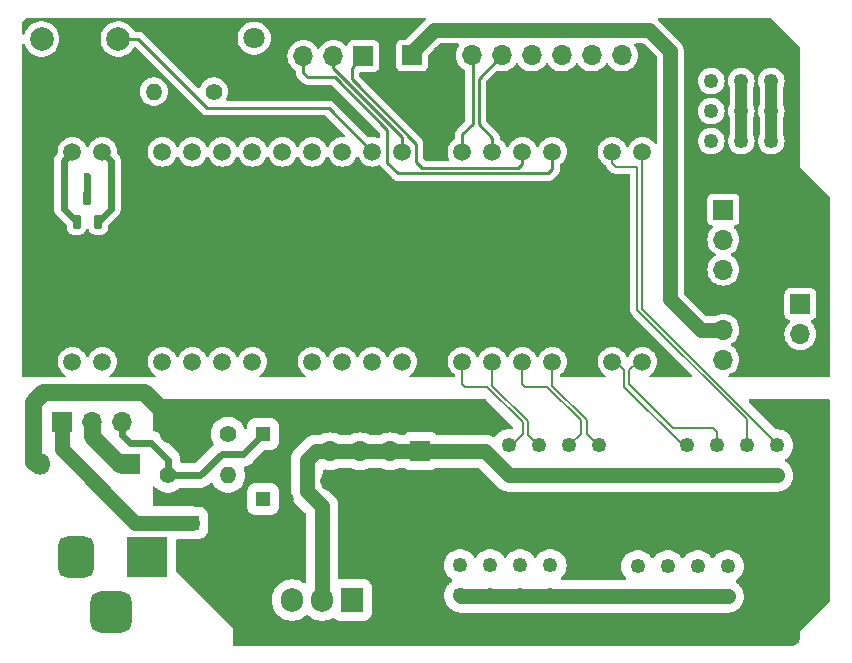
<source format=gtl>
%TF.GenerationSoftware,KiCad,Pcbnew,8.0.1*%
%TF.CreationDate,2024-04-30T17:52:19-06:00*%
%TF.ProjectId,RP2040_Servo_Controller_Board,52503230-3430-45f5-9365-72766f5f436f,rev?*%
%TF.SameCoordinates,Original*%
%TF.FileFunction,Copper,L1,Top*%
%TF.FilePolarity,Positive*%
%FSLAX46Y46*%
G04 Gerber Fmt 4.6, Leading zero omitted, Abs format (unit mm)*
G04 Created by KiCad (PCBNEW 8.0.1) date 2024-04-30 17:52:19*
%MOMM*%
%LPD*%
G01*
G04 APERTURE LIST*
G04 Aperture macros list*
%AMRoundRect*
0 Rectangle with rounded corners*
0 $1 Rounding radius*
0 $2 $3 $4 $5 $6 $7 $8 $9 X,Y pos of 4 corners*
0 Add a 4 corners polygon primitive as box body*
4,1,4,$2,$3,$4,$5,$6,$7,$8,$9,$2,$3,0*
0 Add four circle primitives for the rounded corners*
1,1,$1+$1,$2,$3*
1,1,$1+$1,$4,$5*
1,1,$1+$1,$6,$7*
1,1,$1+$1,$8,$9*
0 Add four rect primitives between the rounded corners*
20,1,$1+$1,$2,$3,$4,$5,0*
20,1,$1+$1,$4,$5,$6,$7,0*
20,1,$1+$1,$6,$7,$8,$9,0*
20,1,$1+$1,$8,$9,$2,$3,0*%
G04 Aperture macros list end*
%TA.AperFunction,ComponentPad*%
%ADD10R,1.200000X1.200000*%
%TD*%
%TA.AperFunction,ComponentPad*%
%ADD11C,1.200000*%
%TD*%
%TA.AperFunction,ComponentPad*%
%ADD12C,1.250000*%
%TD*%
%TA.AperFunction,ComponentPad*%
%ADD13R,1.700000X1.700000*%
%TD*%
%TA.AperFunction,ComponentPad*%
%ADD14O,1.700000X1.700000*%
%TD*%
%TA.AperFunction,ComponentPad*%
%ADD15C,1.400000*%
%TD*%
%TA.AperFunction,ComponentPad*%
%ADD16O,1.400000X1.400000*%
%TD*%
%TA.AperFunction,ComponentPad*%
%ADD17R,1.800000X1.800000*%
%TD*%
%TA.AperFunction,ComponentPad*%
%ADD18O,1.800000X1.800000*%
%TD*%
%TA.AperFunction,ComponentPad*%
%ADD19C,1.800000*%
%TD*%
%TA.AperFunction,ComponentPad*%
%ADD20C,1.500000*%
%TD*%
%TA.AperFunction,ComponentPad*%
%ADD21R,1.905000X2.000000*%
%TD*%
%TA.AperFunction,ComponentPad*%
%ADD22O,1.905000X2.000000*%
%TD*%
%TA.AperFunction,ComponentPad*%
%ADD23C,2.000000*%
%TD*%
%TA.AperFunction,SMDPad,CuDef*%
%ADD24RoundRect,0.048800X0.256200X-0.541200X0.256200X0.541200X-0.256200X0.541200X-0.256200X-0.541200X0*%
%TD*%
%TA.AperFunction,ComponentPad*%
%ADD25R,3.500000X3.500000*%
%TD*%
%TA.AperFunction,ComponentPad*%
%ADD26RoundRect,0.750000X-0.750000X-1.000000X0.750000X-1.000000X0.750000X1.000000X-0.750000X1.000000X0*%
%TD*%
%TA.AperFunction,ComponentPad*%
%ADD27RoundRect,0.875000X-0.875000X-0.875000X0.875000X-0.875000X0.875000X0.875000X-0.875000X0.875000X0*%
%TD*%
%TA.AperFunction,ViaPad*%
%ADD28C,0.600000*%
%TD*%
%TA.AperFunction,Conductor*%
%ADD29C,0.250000*%
%TD*%
%TA.AperFunction,Conductor*%
%ADD30C,0.600000*%
%TD*%
%TA.AperFunction,Conductor*%
%ADD31C,1.480000*%
%TD*%
%TA.AperFunction,Conductor*%
%ADD32C,1.250000*%
%TD*%
%TA.AperFunction,Conductor*%
%ADD33C,1.000000*%
%TD*%
%TA.AperFunction,Conductor*%
%ADD34C,0.200000*%
%TD*%
G04 APERTURE END LIST*
D10*
%TO.P,C2,1*%
%TO.N,VCC*%
X114500000Y-89500000D03*
D11*
%TO.P,C2,2*%
%TO.N,GND*%
X116500000Y-89500000D03*
%TD*%
D12*
%TO.P,J2,1,Pin_1*%
%TO.N,/PWM0*%
X137210000Y-93130000D03*
%TO.P,J2,2,Pin_2*%
%TO.N,/PWM1*%
X139750000Y-93130000D03*
%TO.P,J2,3,Pin_3*%
%TO.N,/PWM2*%
X142290000Y-93130000D03*
%TO.P,J2,4,Pin_4*%
%TO.N,/PWM3*%
X144830000Y-93130000D03*
%TO.P,J2,G,Pin_G*%
%TO.N,GND*%
X137210000Y-98210000D03*
X139750000Y-98210000D03*
X142290000Y-98210000D03*
X144830000Y-98210000D03*
%TO.P,J2,V,Pin_V*%
%TO.N,+5V*%
X137210000Y-95670000D03*
X139750000Y-95670000D03*
X142290000Y-95670000D03*
X144830000Y-95670000D03*
%TD*%
D13*
%TO.P,J8,1,Pin_1*%
%TO.N,unconnected-(J8-Pin_1-Pad1)*%
X159475000Y-63000000D03*
D14*
%TO.P,J8,2,Pin_2*%
%TO.N,TX*%
X159475000Y-65540000D03*
%TO.P,J8,3,Pin_3*%
%TO.N,RX*%
X159475000Y-68080000D03*
%TO.P,J8,4,Pin_4*%
%TO.N,GND*%
X159475000Y-70620000D03*
%TO.P,J8,5,Pin_5*%
%TO.N,+5V*%
X159475000Y-73160000D03*
%TO.P,J8,6,Pin_6*%
%TO.N,unconnected-(J8-Pin_6-Pad6)*%
X159475000Y-75700000D03*
%TD*%
D15*
%TO.P,R7,1*%
%TO.N,Net-(D2-A)*%
X116340000Y-53000000D03*
D16*
%TO.P,R7,2*%
%TO.N,+5V*%
X111260000Y-53000000D03*
%TD*%
D15*
%TO.P,R2,1*%
%TO.N,Net-(U2-GND)*%
X117540000Y-82000000D03*
D16*
%TO.P,R2,2*%
%TO.N,GND*%
X112460000Y-82000000D03*
%TD*%
D17*
%TO.P,D1,1,K*%
%TO.N,Net-(D1-K)*%
X109210000Y-84500000D03*
D18*
%TO.P,D1,2,A*%
%TO.N,GND*%
X101590000Y-84500000D03*
%TD*%
D13*
%TO.P,J10,1,Pin_1*%
%TO.N,+5V*%
X133100000Y-49950000D03*
D14*
%TO.P,J10,2,Pin_2*%
%TO.N,GND*%
X135640000Y-49950000D03*
%TO.P,J10,3,Pin_3*%
%TO.N,SCL*%
X138180000Y-49950000D03*
%TO.P,J10,4,Pin_4*%
%TO.N,SDA*%
X140720000Y-49950000D03*
%TO.P,J10,5,Pin_5*%
%TO.N,unconnected-(J10-Pin_5-Pad5)*%
X143260000Y-49950000D03*
%TO.P,J10,6,Pin_6*%
%TO.N,unconnected-(J10-Pin_6-Pad6)*%
X145800000Y-49950000D03*
%TO.P,J10,7,Pin_7*%
%TO.N,unconnected-(J10-Pin_7-Pad7)*%
X148340000Y-49950000D03*
%TO.P,J10,8,Pin_8*%
%TO.N,unconnected-(J10-Pin_8-Pad8)*%
X150880000Y-49950000D03*
%TD*%
D12*
%TO.P,J4,1,Pin_1*%
%TO.N,/PWM8*%
X141340000Y-82960000D03*
%TO.P,J4,2,Pin_2*%
%TO.N,/PWM9*%
X143880000Y-82960000D03*
%TO.P,J4,3,Pin_3*%
%TO.N,/PWM10*%
X146420000Y-82960000D03*
%TO.P,J4,4,Pin_4*%
%TO.N,/PWM11*%
X148960000Y-82960000D03*
%TO.P,J4,G,Pin_G*%
%TO.N,GND*%
X141340000Y-88040000D03*
X143880000Y-88040000D03*
X146420000Y-88040000D03*
X148960000Y-88040000D03*
%TO.P,J4,V,Pin_V*%
%TO.N,+5V*%
X141340000Y-85500000D03*
X143880000Y-85500000D03*
X146420000Y-85500000D03*
X148960000Y-85500000D03*
%TD*%
D13*
%TO.P,J11,1,Pin_1*%
%TO.N,/PIN19*%
X129000000Y-50000000D03*
D14*
%TO.P,J11,2,Pin_2*%
%TO.N,/PIN22*%
X126460000Y-50000000D03*
%TO.P,J11,3,Pin_3*%
%TO.N,/PIN18*%
X123920000Y-50000000D03*
%TD*%
D13*
%TO.P,JP1,1,A*%
%TO.N,VCC*%
X103460000Y-81000000D03*
D14*
%TO.P,JP1,2,C*%
%TO.N,Net-(D1-K)*%
X106000000Y-81000000D03*
%TO.P,JP1,3,B*%
%TO.N,+5V*%
X108540000Y-81000000D03*
%TD*%
D17*
%TO.P,D2,1,K*%
%TO.N,GND*%
X119750000Y-51025000D03*
D19*
%TO.P,D2,2,A*%
%TO.N,Net-(D2-A)*%
X119750000Y-48485000D03*
%TD*%
D20*
%TO.P,U1,3V3,3V3*%
%TO.N,+3.3V*%
X114520000Y-58110000D03*
%TO.P,U1,3V3_EN,3V3_EN*%
%TO.N,unconnected-(U1-Pad3V3_EN)*%
X111980000Y-58110000D03*
%TO.P,U1,ADC_VREF,ADC_VREF*%
%TO.N,+5VA*%
X117060000Y-58110000D03*
%TO.P,U1,AGND,AGND*%
%TO.N,GNDA*%
X122140000Y-58110000D03*
%TO.P,U1,GND,GND*%
%TO.N,GND*%
X109440000Y-58110000D03*
%TO.P,U1,GND2,GND2*%
X134840000Y-58110000D03*
%TO.P,U1,GND3,GND3*%
X147540000Y-58110000D03*
%TO.P,U1,GND4,GND4*%
X109440000Y-75890000D03*
%TO.P,U1,GND5,GND5*%
X122140000Y-75890000D03*
%TO.P,U1,GND6,GND6*%
X134840000Y-75890000D03*
%TO.P,U1,GND7,GND7*%
X147540000Y-75890000D03*
%TO.P,U1,GP0,GP0*%
%TO.N,TX*%
X104360000Y-75890000D03*
%TO.P,U1,GP1,GP1*%
%TO.N,RX*%
X106900000Y-75890000D03*
%TO.P,U1,GP2,GP2*%
%TO.N,/PWM0*%
X111980000Y-75890000D03*
%TO.P,U1,GP3,GP3*%
%TO.N,/PWM1*%
X114520000Y-75890000D03*
%TO.P,U1,GP4,GP4*%
%TO.N,/PWM2*%
X117060000Y-75890000D03*
%TO.P,U1,GP5,GP5*%
%TO.N,/PWM3*%
X119600000Y-75890000D03*
%TO.P,U1,GP6,GP6*%
%TO.N,/PWM4*%
X124680000Y-75890000D03*
%TO.P,U1,GP7,GP7*%
%TO.N,/PWM5*%
X127220000Y-75890000D03*
%TO.P,U1,GP8,GP8*%
%TO.N,/PWM6*%
X129760000Y-75890000D03*
%TO.P,U1,GP9,GP9*%
%TO.N,/PWM7*%
X132300000Y-75890000D03*
%TO.P,U1,GP10,GP10*%
%TO.N,/PWM8*%
X137380000Y-75890000D03*
%TO.P,U1,GP11,GP11*%
%TO.N,/PWM9*%
X139920000Y-75890000D03*
%TO.P,U1,GP12,GP12*%
%TO.N,/PWM10*%
X142460000Y-75890000D03*
%TO.P,U1,GP13,GP13*%
%TO.N,/PWM11*%
X145000000Y-75890000D03*
%TO.P,U1,GP14,GP14*%
%TO.N,/PWM12*%
X150080000Y-75890000D03*
%TO.P,U1,GP15,GP15*%
%TO.N,/PWM13*%
X152620000Y-75890000D03*
%TO.P,U1,GP16,GP16*%
%TO.N,/PWM15*%
X152620000Y-58110000D03*
%TO.P,U1,GP17,GP17*%
%TO.N,/PWM14*%
X150080000Y-58110000D03*
%TO.P,U1,GP18,GP18*%
%TO.N,/PIN18*%
X145000000Y-58110000D03*
%TO.P,U1,GP19,GP19*%
%TO.N,/PIN19*%
X142460000Y-58110000D03*
%TO.P,U1,GP20,GP20*%
%TO.N,SDA*%
X139920000Y-58110000D03*
%TO.P,U1,GP21,GP21*%
%TO.N,SCL*%
X137380000Y-58110000D03*
%TO.P,U1,GP22,GP22*%
%TO.N,/PIN22*%
X132300000Y-58110000D03*
%TO.P,U1,GP26_A0,GP26_A0*%
%TO.N,/ADC1*%
X127220000Y-58110000D03*
%TO.P,U1,GP27_A1,GP27_A1*%
%TO.N,/ADC0*%
X124680000Y-58110000D03*
%TO.P,U1,GP28_A2,GP28_A2*%
%TO.N,/ADC2*%
X119600000Y-58110000D03*
%TO.P,U1,RUN,RUN*%
%TO.N,RUN*%
X129760000Y-58110000D03*
%TO.P,U1,VBUS,VBUS*%
%TO.N,VBUS*%
X104360000Y-58110000D03*
%TO.P,U1,VSYS,VSYS*%
%TO.N,VSYS*%
X106900000Y-58110000D03*
%TD*%
D10*
%TO.P,C4,1*%
%TO.N,Net-(U2-GND)*%
X120500000Y-87500000D03*
D11*
%TO.P,C4,2*%
%TO.N,GND*%
X122500000Y-87500000D03*
%TD*%
D15*
%TO.P,R1,1*%
%TO.N,+5V*%
X112460000Y-85500000D03*
D16*
%TO.P,R1,2*%
%TO.N,Net-(U2-GND)*%
X117540000Y-85500000D03*
%TD*%
D12*
%TO.P,J6,1,Pin_1*%
%TO.N,/ADC1*%
X158460000Y-57187500D03*
%TO.P,J6,2,Pin_2*%
%TO.N,/ADC0*%
X158460000Y-54647500D03*
%TO.P,J6,3,Pin_3*%
%TO.N,/ADC2*%
X158460000Y-52107500D03*
%TO.P,J6,G,Pin_G*%
%TO.N,GNDA*%
X163540000Y-57187500D03*
X163540000Y-54647500D03*
X163540000Y-52107500D03*
%TO.P,J6,V,Pin_V*%
%TO.N,+5VA*%
X161000000Y-57187500D03*
X161000000Y-54647500D03*
X161000000Y-52107500D03*
%TD*%
D21*
%TO.P,U2,1,GND*%
%TO.N,Net-(U2-GND)*%
X128040000Y-96055000D03*
D22*
%TO.P,U2,2,VO*%
%TO.N,+5V*%
X125500000Y-96055000D03*
%TO.P,U2,3,VI*%
%TO.N,VCC*%
X122960000Y-96055000D03*
%TD*%
D23*
%TO.P,SW1,1,1*%
%TO.N,RUN*%
X101750000Y-48550000D03*
X108250000Y-48550000D03*
%TO.P,SW1,2,2*%
%TO.N,GND*%
X101750000Y-53050000D03*
X108250000Y-53050000D03*
%TD*%
D10*
%TO.P,C3,1*%
%TO.N,+5V*%
X120500000Y-82000000D03*
D11*
%TO.P,C3,2*%
%TO.N,GND*%
X122500000Y-82000000D03*
%TD*%
D13*
%TO.P,J9,1,Pin_1*%
%TO.N,TX*%
X166000000Y-71000000D03*
D14*
%TO.P,J9,2,Pin_2*%
%TO.N,RX*%
X166000000Y-73540000D03*
%TD*%
D24*
%TO.P,Q1,1*%
%TO.N,VBUS*%
X104710000Y-64025000D03*
%TO.P,Q1,2*%
%TO.N,VSYS*%
X106540000Y-64025000D03*
%TO.P,Q1,3*%
%TO.N,+5V*%
X105625000Y-61975000D03*
%TD*%
D12*
%TO.P,J3,1,Pin_1*%
%TO.N,/PWM4*%
X152210000Y-93210000D03*
%TO.P,J3,2,Pin_2*%
%TO.N,/PWM5*%
X154750000Y-93210000D03*
%TO.P,J3,3,Pin_3*%
%TO.N,/PWM6*%
X157290000Y-93210000D03*
%TO.P,J3,4,Pin_4*%
%TO.N,/PWM7*%
X159830000Y-93210000D03*
%TO.P,J3,G,Pin_G*%
%TO.N,GND*%
X152210000Y-98290000D03*
X154750000Y-98290000D03*
X157290000Y-98290000D03*
X159830000Y-98290000D03*
%TO.P,J3,V,Pin_V*%
%TO.N,+5V*%
X152210000Y-95750000D03*
X154750000Y-95750000D03*
X157290000Y-95750000D03*
X159830000Y-95750000D03*
%TD*%
D25*
%TO.P,J1,1*%
%TO.N,Net-(D1-K)*%
X110650000Y-92400000D03*
D26*
%TO.P,J1,2*%
%TO.N,GND*%
X104650000Y-92400000D03*
D27*
%TO.P,J1,3*%
%TO.N,GNDPWR*%
X107650000Y-97100000D03*
%TD*%
D12*
%TO.P,J5,1,Pin_1*%
%TO.N,/PWM12*%
X156380000Y-82960000D03*
%TO.P,J5,2,Pin_2*%
%TO.N,/PWM13*%
X158920000Y-82960000D03*
%TO.P,J5,3,Pin_3*%
%TO.N,/PWM14*%
X161460000Y-82960000D03*
%TO.P,J5,4,Pin_4*%
%TO.N,/PWM15*%
X164000000Y-82960000D03*
%TO.P,J5,G,Pin_G*%
%TO.N,GND*%
X156380000Y-88040000D03*
X158920000Y-88040000D03*
X161460000Y-88040000D03*
X164000000Y-88040000D03*
%TO.P,J5,V,Pin_V*%
%TO.N,+5V*%
X156380000Y-85500000D03*
X158920000Y-85500000D03*
X161460000Y-85500000D03*
X164000000Y-85500000D03*
%TD*%
D13*
%TO.P,J7,1,Pin_1*%
%TO.N,+5V*%
X133800000Y-83460000D03*
D14*
%TO.P,J7,2,Pin_2*%
%TO.N,GND*%
X133800000Y-86000000D03*
%TO.P,J7,3,Pin_3*%
%TO.N,+5V*%
X131260000Y-83460000D03*
%TO.P,J7,4,Pin_4*%
%TO.N,GND*%
X131260000Y-86000000D03*
%TO.P,J7,5,Pin_5*%
%TO.N,+5V*%
X128720000Y-83460000D03*
%TO.P,J7,6,Pin_6*%
%TO.N,GND*%
X128720000Y-86000000D03*
%TO.P,J7,7,Pin_7*%
%TO.N,+5V*%
X126180000Y-83460000D03*
%TO.P,J7,8,Pin_8*%
%TO.N,GND*%
X126180000Y-86000000D03*
%TD*%
D28*
%TO.N,+5V*%
X105624992Y-60124992D03*
%TD*%
D29*
%TO.N,RUN*%
X126050000Y-54400000D02*
X115800000Y-54400000D01*
X129760000Y-58110000D02*
X126050000Y-54400000D01*
X115800000Y-54400000D02*
X109950000Y-48550000D01*
X109950000Y-48550000D02*
X108250000Y-48550000D01*
D30*
%TO.N,VSYS*%
X106540000Y-64025000D02*
X107650000Y-62915000D01*
X107650000Y-58860000D02*
X106900000Y-58110000D01*
X107650000Y-62915000D02*
X107650000Y-58860000D01*
%TO.N,VBUS*%
X104710000Y-64025000D02*
X103610000Y-62925000D01*
X103610000Y-62925000D02*
X103610000Y-58860000D01*
X103610000Y-58860000D02*
X104360000Y-58110000D01*
D31*
%TO.N,Net-(D1-K)*%
X106000000Y-81000000D02*
X106000000Y-82202081D01*
X106000000Y-82202081D02*
X108297919Y-84500000D01*
X108297919Y-84500000D02*
X109210000Y-84500000D01*
D30*
%TO.N,+5V*%
X112460000Y-85500000D02*
X115200000Y-85500000D01*
D32*
X124977919Y-83460000D02*
X126180000Y-83460000D01*
X164000000Y-85500000D02*
X141340000Y-85500000D01*
X137290000Y-95750000D02*
X137210000Y-95670000D01*
X155000000Y-70600000D02*
X155000000Y-49600000D01*
D30*
X105625000Y-61975000D02*
X105625000Y-60125000D01*
X112460000Y-85500000D02*
X112460000Y-84210000D01*
D32*
X139300000Y-83460000D02*
X126180000Y-83460000D01*
X134996928Y-47800000D02*
X133100000Y-49696928D01*
X141340000Y-85500000D02*
X139300000Y-83460000D01*
X159475000Y-73160000D02*
X157560000Y-73160000D01*
X124205000Y-84232919D02*
X124977919Y-83460000D01*
X133100000Y-49696928D02*
X133100000Y-49950000D01*
X125500000Y-88113072D02*
X124205000Y-86818072D01*
X157560000Y-73160000D02*
X155000000Y-70600000D01*
X153200000Y-47800000D02*
X134996928Y-47800000D01*
X125500000Y-96055000D02*
X125500000Y-88113072D01*
D30*
X115200000Y-85500000D02*
X117000000Y-83700000D01*
X118800000Y-83700000D02*
X120500000Y-82000000D01*
X117000000Y-83700000D02*
X118800000Y-83700000D01*
X108540000Y-82040000D02*
X108540000Y-81000000D01*
D32*
X155000000Y-49600000D02*
X153200000Y-47800000D01*
D30*
X112460000Y-84210000D02*
X111000000Y-82750000D01*
X109250000Y-82750000D02*
X108540000Y-82040000D01*
X105625000Y-60125000D02*
X105624992Y-60124992D01*
X111000000Y-82750000D02*
X109250000Y-82750000D01*
D32*
X124205000Y-86818072D02*
X124205000Y-84232919D01*
X159830000Y-95750000D02*
X137290000Y-95750000D01*
D33*
%TO.N,GNDA*%
X163540000Y-52107500D02*
X163540000Y-57187500D01*
%TO.N,+5VA*%
X161000000Y-52107500D02*
X161000000Y-57187500D01*
D32*
%TO.N,VCC*%
X114500000Y-89500000D02*
X109660000Y-89500000D01*
X103460000Y-83300000D02*
X103460000Y-81000000D01*
X109660000Y-89500000D02*
X103460000Y-83300000D01*
D29*
%TO.N,SCL*%
X138250000Y-55750000D02*
X138250000Y-50020000D01*
X137380000Y-58110000D02*
X137380000Y-56620000D01*
X138250000Y-50020000D02*
X138180000Y-49950000D01*
X137380000Y-56620000D02*
X138250000Y-55750000D01*
D31*
%TO.N,GND*%
X110400000Y-78400000D02*
X101880000Y-78400000D01*
X101880000Y-78400000D02*
X101000000Y-79280000D01*
X112460000Y-82000000D02*
X112460000Y-80460000D01*
X101000000Y-81600000D02*
X101000000Y-83910000D01*
X101000000Y-81600000D02*
X101000000Y-84410000D01*
X112460000Y-80460000D02*
X110400000Y-78400000D01*
X101000000Y-83910000D02*
X101590000Y-84500000D01*
X101000000Y-79280000D02*
X101000000Y-81600000D01*
D29*
%TO.N,SDA*%
X138750000Y-55750000D02*
X139920000Y-56920000D01*
X138750000Y-51920000D02*
X138750000Y-55750000D01*
X139920000Y-56920000D02*
X139920000Y-58110000D01*
X140720000Y-49950000D02*
X138750000Y-51920000D01*
D34*
%TO.N,/PWM10*%
X142700000Y-78000000D02*
X142460000Y-77760000D01*
X147400000Y-80830000D02*
X144570000Y-78000000D01*
X147400000Y-81980000D02*
X147400000Y-80830000D01*
X144570000Y-78000000D02*
X142700000Y-78000000D01*
X142460000Y-77760000D02*
X142460000Y-75890000D01*
X146420000Y-82960000D02*
X147400000Y-81980000D01*
%TO.N,/PWM8*%
X141540000Y-82960000D02*
X142500000Y-82000000D01*
X139500000Y-78000000D02*
X137600000Y-78000000D01*
X137380000Y-77780000D02*
X137380000Y-75890000D01*
X141340000Y-82960000D02*
X141540000Y-82960000D01*
X142500000Y-82000000D02*
X142500000Y-81000000D01*
X142500000Y-81000000D02*
X139500000Y-78000000D01*
X137600000Y-78000000D02*
X137380000Y-77780000D01*
%TO.N,/PWM12*%
X151100000Y-78000000D02*
X151100000Y-76600000D01*
X150390000Y-75890000D02*
X150080000Y-75890000D01*
X151100000Y-76600000D02*
X150390000Y-75890000D01*
X156060000Y-82960000D02*
X151100000Y-78000000D01*
X156380000Y-82960000D02*
X156060000Y-82960000D01*
%TO.N,/PWM13*%
X151500000Y-76600000D02*
X152210000Y-75890000D01*
X158600000Y-81500000D02*
X155200000Y-81500000D01*
X155200000Y-81500000D02*
X151500000Y-77800000D01*
X158920000Y-82960000D02*
X158920000Y-81820000D01*
X151500000Y-77800000D02*
X151500000Y-76600000D01*
X152210000Y-75890000D02*
X152620000Y-75890000D01*
X158920000Y-81820000D02*
X158600000Y-81500000D01*
%TO.N,/PWM11*%
X148960000Y-82960000D02*
X148860000Y-82960000D01*
X147900000Y-80800000D02*
X145000000Y-77900000D01*
X145000000Y-77900000D02*
X145000000Y-75890000D01*
X148860000Y-82960000D02*
X147900000Y-82000000D01*
X147900000Y-82000000D02*
X147900000Y-80800000D01*
%TO.N,/PWM9*%
X143820000Y-82960000D02*
X142900000Y-82040000D01*
X139920000Y-77920000D02*
X139920000Y-75890000D01*
X142900000Y-82040000D02*
X142900000Y-80900000D01*
X142900000Y-80900000D02*
X139920000Y-77920000D01*
X143880000Y-82960000D02*
X143820000Y-82960000D01*
%TO.N,/PWM15*%
X152620000Y-58110000D02*
X152620000Y-71430050D01*
X164000000Y-82810050D02*
X164000000Y-82960000D01*
X152620000Y-71430050D02*
X164000000Y-82810050D01*
%TO.N,/PWM14*%
X161460000Y-82960000D02*
X161460000Y-80765026D01*
X152050000Y-59350000D02*
X150350000Y-59350000D01*
X161460000Y-80765026D02*
X152200000Y-71505026D01*
X152200000Y-59500000D02*
X152050000Y-59350000D01*
X150080000Y-59080000D02*
X150080000Y-58110000D01*
X152200000Y-71505026D02*
X152200000Y-59500000D01*
X150350000Y-59350000D02*
X150080000Y-59080000D01*
D29*
%TO.N,/PIN18*%
X131935000Y-59935000D02*
X131025000Y-59025000D01*
X131025000Y-56250000D02*
X126575000Y-51800000D01*
X144665000Y-59935000D02*
X131935000Y-59935000D01*
X123920000Y-50020000D02*
X123920000Y-50000000D01*
X126575000Y-51800000D02*
X124300000Y-51800000D01*
X145000000Y-59600000D02*
X144665000Y-59935000D01*
X124300000Y-51800000D02*
X123920000Y-51420000D01*
X145000000Y-58110000D02*
X145000000Y-59600000D01*
X131025000Y-59025000D02*
X131025000Y-56250000D01*
X123920000Y-51420000D02*
X123920000Y-50000000D01*
%TO.N,/PIN22*%
X126460000Y-51048604D02*
X126460000Y-50000000D01*
X132300000Y-58110000D02*
X132300000Y-56888604D01*
X126460000Y-50000000D02*
X126460000Y-50060000D01*
X132300000Y-56888604D02*
X126460000Y-51048604D01*
%TO.N,/PIN19*%
X133450000Y-57402208D02*
X133450000Y-58950000D01*
X133450000Y-58950000D02*
X133985000Y-59485000D01*
X128000000Y-51000000D02*
X128000000Y-51952208D01*
X133985000Y-59485000D02*
X142115000Y-59485000D01*
X142115000Y-59485000D02*
X142460000Y-59140000D01*
X142460000Y-59140000D02*
X142460000Y-58110000D01*
X128000000Y-51952208D02*
X133450000Y-57402208D01*
X129000000Y-50000000D02*
X128000000Y-51000000D01*
%TD*%
%TA.AperFunction,Conductor*%
%TO.N,GND*%
G36*
X134237408Y-46755185D02*
G01*
X134283163Y-46807989D01*
X134293107Y-46877147D01*
X134264082Y-46940703D01*
X134258050Y-46947181D01*
X132642048Y-48563181D01*
X132580725Y-48596666D01*
X132554367Y-48599500D01*
X132202130Y-48599500D01*
X132202123Y-48599501D01*
X132142516Y-48605908D01*
X132007671Y-48656202D01*
X132007664Y-48656206D01*
X131892455Y-48742452D01*
X131892452Y-48742455D01*
X131806206Y-48857664D01*
X131806202Y-48857671D01*
X131755908Y-48992517D01*
X131749501Y-49052116D01*
X131749500Y-49052135D01*
X131749500Y-50847870D01*
X131749501Y-50847876D01*
X131755908Y-50907483D01*
X131806202Y-51042328D01*
X131806206Y-51042335D01*
X131892452Y-51157544D01*
X131892455Y-51157547D01*
X132007664Y-51243793D01*
X132007671Y-51243797D01*
X132142517Y-51294091D01*
X132142516Y-51294091D01*
X132149444Y-51294835D01*
X132202127Y-51300500D01*
X133997872Y-51300499D01*
X134057483Y-51294091D01*
X134192331Y-51243796D01*
X134307546Y-51157546D01*
X134393796Y-51042331D01*
X134444091Y-50907483D01*
X134450500Y-50847873D01*
X134450499Y-49989485D01*
X134470183Y-49922447D01*
X134486813Y-49901810D01*
X135426806Y-48961819D01*
X135488129Y-48928334D01*
X135514487Y-48925500D01*
X137010504Y-48925500D01*
X137077543Y-48945185D01*
X137123298Y-48997989D01*
X137133242Y-49067147D01*
X137112079Y-49120623D01*
X137005965Y-49272169D01*
X137005964Y-49272171D01*
X136906098Y-49486335D01*
X136906094Y-49486344D01*
X136844938Y-49714586D01*
X136844936Y-49714596D01*
X136824341Y-49949999D01*
X136824341Y-49950000D01*
X136844936Y-50185403D01*
X136844938Y-50185413D01*
X136906094Y-50413655D01*
X136906096Y-50413659D01*
X136906097Y-50413663D01*
X136929413Y-50463664D01*
X137005965Y-50627830D01*
X137005967Y-50627834D01*
X137033074Y-50666546D01*
X137141505Y-50821401D01*
X137308599Y-50988495D01*
X137405384Y-51056265D01*
X137502165Y-51124032D01*
X137502166Y-51124032D01*
X137502170Y-51124035D01*
X137552905Y-51147693D01*
X137605343Y-51193863D01*
X137624500Y-51260074D01*
X137624500Y-55439547D01*
X137604815Y-55506586D01*
X137588181Y-55527228D01*
X136894144Y-56221264D01*
X136894138Y-56221272D01*
X136825690Y-56323708D01*
X136825689Y-56323710D01*
X136808301Y-56365688D01*
X136808302Y-56365689D01*
X136780649Y-56432451D01*
X136780647Y-56432454D01*
X136778539Y-56437541D01*
X136778536Y-56437550D01*
X136756910Y-56546280D01*
X136754500Y-56558396D01*
X136754500Y-56956850D01*
X136734815Y-57023889D01*
X136701623Y-57058425D01*
X136573121Y-57148402D01*
X136418402Y-57303121D01*
X136292900Y-57482357D01*
X136292898Y-57482361D01*
X136200426Y-57680668D01*
X136200422Y-57680677D01*
X136143793Y-57892020D01*
X136143793Y-57892023D01*
X136124723Y-58110000D01*
X136139129Y-58274671D01*
X136143793Y-58327975D01*
X136143793Y-58327979D01*
X136200422Y-58539322D01*
X136200424Y-58539326D01*
X136200425Y-58539330D01*
X136267464Y-58683095D01*
X136277956Y-58752173D01*
X136249436Y-58815957D01*
X136190960Y-58854196D01*
X136155082Y-58859500D01*
X134295452Y-58859500D01*
X134228413Y-58839815D01*
X134207771Y-58823181D01*
X134111819Y-58727229D01*
X134078334Y-58665906D01*
X134075500Y-58639548D01*
X134075500Y-57340601D01*
X134068045Y-57303123D01*
X134064647Y-57286041D01*
X134052181Y-57223368D01*
X134052183Y-57223367D01*
X134052176Y-57223345D01*
X134051463Y-57219756D01*
X134021907Y-57148402D01*
X134004312Y-57105923D01*
X133987256Y-57080398D01*
X133935858Y-57003475D01*
X133935856Y-57003472D01*
X133845637Y-56913253D01*
X133845606Y-56913224D01*
X128661819Y-51729437D01*
X128628334Y-51668114D01*
X128625500Y-51641756D01*
X128625500Y-51474499D01*
X128645185Y-51407460D01*
X128697989Y-51361705D01*
X128749500Y-51350499D01*
X129897871Y-51350499D01*
X129897872Y-51350499D01*
X129957483Y-51344091D01*
X130092331Y-51293796D01*
X130207546Y-51207546D01*
X130293796Y-51092331D01*
X130344091Y-50957483D01*
X130350500Y-50897873D01*
X130350499Y-49102128D01*
X130344091Y-49042517D01*
X130342810Y-49039083D01*
X130293797Y-48907671D01*
X130293793Y-48907664D01*
X130207547Y-48792455D01*
X130207544Y-48792452D01*
X130092335Y-48706206D01*
X130092328Y-48706202D01*
X129957482Y-48655908D01*
X129957483Y-48655908D01*
X129897883Y-48649501D01*
X129897881Y-48649500D01*
X129897873Y-48649500D01*
X129897864Y-48649500D01*
X128102129Y-48649500D01*
X128102123Y-48649501D01*
X128042516Y-48655908D01*
X127907671Y-48706202D01*
X127907664Y-48706206D01*
X127792455Y-48792452D01*
X127792452Y-48792455D01*
X127706206Y-48907664D01*
X127706203Y-48907669D01*
X127657189Y-49039083D01*
X127615317Y-49095016D01*
X127549853Y-49119433D01*
X127481580Y-49104581D01*
X127453326Y-49083430D01*
X127331402Y-48961506D01*
X127331395Y-48961501D01*
X127137834Y-48825967D01*
X127137830Y-48825965D01*
X127137828Y-48825964D01*
X126923663Y-48726097D01*
X126923659Y-48726096D01*
X126923655Y-48726094D01*
X126695413Y-48664938D01*
X126695403Y-48664936D01*
X126460001Y-48644341D01*
X126459999Y-48644341D01*
X126224596Y-48664936D01*
X126224586Y-48664938D01*
X125996344Y-48726094D01*
X125996335Y-48726098D01*
X125782171Y-48825964D01*
X125782169Y-48825965D01*
X125588597Y-48961505D01*
X125421505Y-49128597D01*
X125291575Y-49314158D01*
X125236998Y-49357783D01*
X125167500Y-49364977D01*
X125105145Y-49333454D01*
X125088425Y-49314158D01*
X124958494Y-49128597D01*
X124791402Y-48961506D01*
X124791395Y-48961501D01*
X124597834Y-48825967D01*
X124597830Y-48825965D01*
X124597828Y-48825964D01*
X124383663Y-48726097D01*
X124383659Y-48726096D01*
X124383655Y-48726094D01*
X124155413Y-48664938D01*
X124155403Y-48664936D01*
X123920001Y-48644341D01*
X123919999Y-48644341D01*
X123684596Y-48664936D01*
X123684586Y-48664938D01*
X123456344Y-48726094D01*
X123456335Y-48726098D01*
X123242171Y-48825964D01*
X123242169Y-48825965D01*
X123048597Y-48961505D01*
X122881505Y-49128597D01*
X122745965Y-49322169D01*
X122745964Y-49322171D01*
X122646098Y-49536335D01*
X122646094Y-49536344D01*
X122584938Y-49764586D01*
X122584936Y-49764596D01*
X122564341Y-49999999D01*
X122564341Y-50000000D01*
X122584936Y-50235403D01*
X122584938Y-50235413D01*
X122646094Y-50463655D01*
X122646096Y-50463659D01*
X122646097Y-50463663D01*
X122726004Y-50635023D01*
X122745965Y-50677830D01*
X122745967Y-50677834D01*
X122846490Y-50821395D01*
X122881505Y-50871401D01*
X123048599Y-51038495D01*
X123241624Y-51173653D01*
X123285248Y-51228228D01*
X123294500Y-51275226D01*
X123294500Y-51481607D01*
X123298896Y-51503713D01*
X123318535Y-51602444D01*
X123318538Y-51602456D01*
X123327344Y-51623715D01*
X123365685Y-51716281D01*
X123365690Y-51716290D01*
X123380460Y-51738394D01*
X123380461Y-51738395D01*
X123434141Y-51818732D01*
X123434144Y-51818736D01*
X123525586Y-51910178D01*
X123525608Y-51910198D01*
X123811016Y-52195606D01*
X123811045Y-52195637D01*
X123901264Y-52285856D01*
X123901267Y-52285858D01*
X123950468Y-52318733D01*
X124003714Y-52354312D01*
X124084207Y-52387652D01*
X124117548Y-52401463D01*
X124139639Y-52405857D01*
X124238391Y-52425499D01*
X124238392Y-52425500D01*
X124238393Y-52425500D01*
X124238394Y-52425500D01*
X126264548Y-52425500D01*
X126331587Y-52445185D01*
X126352229Y-52461819D01*
X130363181Y-56472771D01*
X130396666Y-56534094D01*
X130399500Y-56560452D01*
X130399500Y-56833788D01*
X130379815Y-56900827D01*
X130327011Y-56946582D01*
X130257853Y-56956526D01*
X130223095Y-56946170D01*
X130189330Y-56930425D01*
X130189326Y-56930424D01*
X130189322Y-56930422D01*
X129977977Y-56873793D01*
X129760002Y-56854723D01*
X129759998Y-56854723D01*
X129614682Y-56867436D01*
X129542023Y-56873793D01*
X129542021Y-56873793D01*
X129542017Y-56873794D01*
X129505774Y-56883505D01*
X129435924Y-56881841D01*
X129386001Y-56851411D01*
X126540198Y-54005608D01*
X126540178Y-54005586D01*
X126448733Y-53914141D01*
X126397509Y-53879915D01*
X126346287Y-53845689D01*
X126346286Y-53845688D01*
X126346283Y-53845686D01*
X126346280Y-53845685D01*
X126265524Y-53812236D01*
X126232452Y-53798537D01*
X126232453Y-53798537D01*
X126220330Y-53796125D01*
X126171504Y-53786414D01*
X126141555Y-53780457D01*
X126111608Y-53774500D01*
X126111607Y-53774500D01*
X126111606Y-53774500D01*
X117495708Y-53774500D01*
X117428669Y-53754815D01*
X117382914Y-53702011D01*
X117372970Y-53632853D01*
X117384708Y-53595228D01*
X117464224Y-53435538D01*
X117464223Y-53435538D01*
X117464229Y-53435528D01*
X117525115Y-53221536D01*
X117545643Y-53000000D01*
X117525115Y-52778464D01*
X117464229Y-52564472D01*
X117464224Y-52564461D01*
X117365061Y-52365316D01*
X117365056Y-52365308D01*
X117230979Y-52187761D01*
X117066562Y-52037876D01*
X117066560Y-52037874D01*
X116877404Y-51920754D01*
X116877398Y-51920752D01*
X116850155Y-51910198D01*
X116669940Y-51840382D01*
X116451243Y-51799500D01*
X116228757Y-51799500D01*
X116010060Y-51840382D01*
X115878864Y-51891207D01*
X115802601Y-51920752D01*
X115802595Y-51920754D01*
X115613439Y-52037874D01*
X115613437Y-52037876D01*
X115449020Y-52187761D01*
X115314943Y-52365308D01*
X115314938Y-52365316D01*
X115215775Y-52564461D01*
X115215771Y-52564471D01*
X115192288Y-52647005D01*
X115155008Y-52706097D01*
X115091698Y-52735654D01*
X115022459Y-52726292D01*
X114985341Y-52700750D01*
X110769596Y-48485006D01*
X118344700Y-48485006D01*
X118363864Y-48716297D01*
X118363866Y-48716308D01*
X118420842Y-48941300D01*
X118514075Y-49153848D01*
X118641016Y-49348147D01*
X118641019Y-49348151D01*
X118641021Y-49348153D01*
X118798216Y-49518913D01*
X118798219Y-49518915D01*
X118798222Y-49518918D01*
X118981365Y-49661464D01*
X118981371Y-49661468D01*
X118981374Y-49661470D01*
X119185497Y-49771936D01*
X119297754Y-49810474D01*
X119405015Y-49847297D01*
X119405017Y-49847297D01*
X119405019Y-49847298D01*
X119633951Y-49885500D01*
X119633952Y-49885500D01*
X119866048Y-49885500D01*
X119866049Y-49885500D01*
X120094981Y-49847298D01*
X120314503Y-49771936D01*
X120518626Y-49661470D01*
X120701784Y-49518913D01*
X120858979Y-49348153D01*
X120985924Y-49153849D01*
X121079157Y-48941300D01*
X121136134Y-48716305D01*
X121136971Y-48706202D01*
X121155300Y-48485006D01*
X121155300Y-48484993D01*
X121136135Y-48253702D01*
X121136133Y-48253691D01*
X121079157Y-48028699D01*
X120985924Y-47816151D01*
X120858983Y-47621852D01*
X120858980Y-47621849D01*
X120858979Y-47621847D01*
X120701784Y-47451087D01*
X120701779Y-47451083D01*
X120701777Y-47451081D01*
X120518634Y-47308535D01*
X120518628Y-47308531D01*
X120314504Y-47198064D01*
X120314495Y-47198061D01*
X120094984Y-47122702D01*
X119923282Y-47094050D01*
X119866049Y-47084500D01*
X119633951Y-47084500D01*
X119588164Y-47092140D01*
X119405015Y-47122702D01*
X119185504Y-47198061D01*
X119185495Y-47198064D01*
X118981371Y-47308531D01*
X118981365Y-47308535D01*
X118798222Y-47451081D01*
X118798219Y-47451084D01*
X118641016Y-47621852D01*
X118514075Y-47816151D01*
X118420842Y-48028699D01*
X118363866Y-48253691D01*
X118363864Y-48253702D01*
X118344700Y-48484993D01*
X118344700Y-48485006D01*
X110769596Y-48485006D01*
X110442928Y-48158338D01*
X110442925Y-48158334D01*
X110442925Y-48158335D01*
X110435858Y-48151268D01*
X110435858Y-48151267D01*
X110348733Y-48064142D01*
X110295690Y-48028700D01*
X110295691Y-48028700D01*
X110295689Y-48028698D01*
X110246290Y-47995690D01*
X110246286Y-47995688D01*
X110165792Y-47962347D01*
X110132453Y-47948537D01*
X110122427Y-47946543D01*
X110072029Y-47936518D01*
X110011610Y-47924500D01*
X110011607Y-47924500D01*
X110011606Y-47924500D01*
X109695150Y-47924500D01*
X109628111Y-47904815D01*
X109582356Y-47852011D01*
X109581595Y-47850311D01*
X109574175Y-47833396D01*
X109438166Y-47625217D01*
X109416557Y-47601744D01*
X109269744Y-47442262D01*
X109073509Y-47289526D01*
X109073507Y-47289525D01*
X109073506Y-47289524D01*
X108854811Y-47171172D01*
X108854802Y-47171169D01*
X108619616Y-47090429D01*
X108374335Y-47049500D01*
X108125665Y-47049500D01*
X107880383Y-47090429D01*
X107645197Y-47171169D01*
X107645188Y-47171172D01*
X107426493Y-47289524D01*
X107230257Y-47442261D01*
X107061833Y-47625217D01*
X106925826Y-47833393D01*
X106825936Y-48061118D01*
X106764892Y-48302175D01*
X106764890Y-48302187D01*
X106744357Y-48549994D01*
X106744357Y-48550005D01*
X106764890Y-48797812D01*
X106764892Y-48797824D01*
X106825936Y-49038881D01*
X106925826Y-49266606D01*
X107061833Y-49474782D01*
X107072470Y-49486337D01*
X107230256Y-49657738D01*
X107426491Y-49810474D01*
X107645190Y-49928828D01*
X107880386Y-50009571D01*
X108125665Y-50050500D01*
X108374335Y-50050500D01*
X108619614Y-50009571D01*
X108854810Y-49928828D01*
X109073509Y-49810474D01*
X109269744Y-49657738D01*
X109438164Y-49474785D01*
X109572789Y-49268725D01*
X109625933Y-49223370D01*
X109695164Y-49213946D01*
X109758500Y-49243447D01*
X109764276Y-49248866D01*
X115314141Y-54798732D01*
X115314142Y-54798733D01*
X115370600Y-54855191D01*
X115401268Y-54885859D01*
X115503707Y-54954307D01*
X115503713Y-54954310D01*
X115503714Y-54954311D01*
X115617548Y-55001463D01*
X115677971Y-55013481D01*
X115738393Y-55025500D01*
X115738394Y-55025500D01*
X125739548Y-55025500D01*
X125806587Y-55045185D01*
X125827229Y-55061819D01*
X127417594Y-56652184D01*
X127451079Y-56713507D01*
X127446095Y-56783199D01*
X127404223Y-56839132D01*
X127338759Y-56863549D01*
X127319106Y-56863393D01*
X127220002Y-56854723D01*
X127219998Y-56854723D01*
X127074682Y-56867436D01*
X127002023Y-56873793D01*
X127002020Y-56873793D01*
X126790677Y-56930422D01*
X126790668Y-56930426D01*
X126592361Y-57022898D01*
X126592357Y-57022900D01*
X126413121Y-57148402D01*
X126258402Y-57303121D01*
X126132900Y-57482357D01*
X126132898Y-57482361D01*
X126062382Y-57633583D01*
X126016209Y-57686022D01*
X125949016Y-57705174D01*
X125882135Y-57684958D01*
X125837618Y-57633583D01*
X125818941Y-57593531D01*
X125767102Y-57482362D01*
X125767100Y-57482359D01*
X125767099Y-57482357D01*
X125641599Y-57303124D01*
X125624516Y-57286041D01*
X125486877Y-57148402D01*
X125319500Y-57031203D01*
X125307638Y-57022897D01*
X125196468Y-56971058D01*
X125109330Y-56930425D01*
X125109326Y-56930424D01*
X125109322Y-56930422D01*
X124897977Y-56873793D01*
X124680002Y-56854723D01*
X124679998Y-56854723D01*
X124534682Y-56867436D01*
X124462023Y-56873793D01*
X124462020Y-56873793D01*
X124250677Y-56930422D01*
X124250668Y-56930426D01*
X124052361Y-57022898D01*
X124052357Y-57022900D01*
X123873121Y-57148402D01*
X123718402Y-57303121D01*
X123592900Y-57482357D01*
X123592898Y-57482361D01*
X123522382Y-57633583D01*
X123476209Y-57686022D01*
X123409016Y-57705174D01*
X123342135Y-57684958D01*
X123297618Y-57633583D01*
X123278941Y-57593531D01*
X123227102Y-57482362D01*
X123227100Y-57482359D01*
X123227099Y-57482357D01*
X123101599Y-57303124D01*
X123084516Y-57286041D01*
X122946877Y-57148402D01*
X122779500Y-57031203D01*
X122767638Y-57022897D01*
X122656468Y-56971058D01*
X122569330Y-56930425D01*
X122569326Y-56930424D01*
X122569322Y-56930422D01*
X122357977Y-56873793D01*
X122140002Y-56854723D01*
X122139998Y-56854723D01*
X121994682Y-56867436D01*
X121922023Y-56873793D01*
X121922020Y-56873793D01*
X121710677Y-56930422D01*
X121710668Y-56930426D01*
X121512361Y-57022898D01*
X121512357Y-57022900D01*
X121333121Y-57148402D01*
X121178402Y-57303121D01*
X121052900Y-57482357D01*
X121052898Y-57482361D01*
X120982382Y-57633583D01*
X120936209Y-57686022D01*
X120869016Y-57705174D01*
X120802135Y-57684958D01*
X120757618Y-57633583D01*
X120738941Y-57593531D01*
X120687102Y-57482362D01*
X120687100Y-57482359D01*
X120687099Y-57482357D01*
X120561599Y-57303124D01*
X120544516Y-57286041D01*
X120406877Y-57148402D01*
X120239500Y-57031203D01*
X120227638Y-57022897D01*
X120116468Y-56971058D01*
X120029330Y-56930425D01*
X120029326Y-56930424D01*
X120029322Y-56930422D01*
X119817977Y-56873793D01*
X119600002Y-56854723D01*
X119599998Y-56854723D01*
X119454682Y-56867436D01*
X119382023Y-56873793D01*
X119382020Y-56873793D01*
X119170677Y-56930422D01*
X119170668Y-56930426D01*
X118972361Y-57022898D01*
X118972357Y-57022900D01*
X118793121Y-57148402D01*
X118638402Y-57303121D01*
X118512900Y-57482357D01*
X118512898Y-57482361D01*
X118442382Y-57633583D01*
X118396209Y-57686022D01*
X118329016Y-57705174D01*
X118262135Y-57684958D01*
X118217618Y-57633583D01*
X118198941Y-57593531D01*
X118147102Y-57482362D01*
X118147100Y-57482359D01*
X118147099Y-57482357D01*
X118021599Y-57303124D01*
X118004516Y-57286041D01*
X117866877Y-57148402D01*
X117699500Y-57031203D01*
X117687638Y-57022897D01*
X117576468Y-56971058D01*
X117489330Y-56930425D01*
X117489326Y-56930424D01*
X117489322Y-56930422D01*
X117277977Y-56873793D01*
X117060002Y-56854723D01*
X117059998Y-56854723D01*
X116914682Y-56867436D01*
X116842023Y-56873793D01*
X116842020Y-56873793D01*
X116630677Y-56930422D01*
X116630668Y-56930426D01*
X116432361Y-57022898D01*
X116432357Y-57022900D01*
X116253121Y-57148402D01*
X116098402Y-57303121D01*
X115972900Y-57482357D01*
X115972898Y-57482361D01*
X115902382Y-57633583D01*
X115856209Y-57686022D01*
X115789016Y-57705174D01*
X115722135Y-57684958D01*
X115677618Y-57633583D01*
X115658941Y-57593531D01*
X115607102Y-57482362D01*
X115607100Y-57482359D01*
X115607099Y-57482357D01*
X115481599Y-57303124D01*
X115464516Y-57286041D01*
X115326877Y-57148402D01*
X115159500Y-57031203D01*
X115147638Y-57022897D01*
X115036468Y-56971058D01*
X114949330Y-56930425D01*
X114949326Y-56930424D01*
X114949322Y-56930422D01*
X114737977Y-56873793D01*
X114520002Y-56854723D01*
X114519998Y-56854723D01*
X114374682Y-56867436D01*
X114302023Y-56873793D01*
X114302020Y-56873793D01*
X114090677Y-56930422D01*
X114090668Y-56930426D01*
X113892361Y-57022898D01*
X113892357Y-57022900D01*
X113713121Y-57148402D01*
X113558402Y-57303121D01*
X113432900Y-57482357D01*
X113432898Y-57482361D01*
X113362382Y-57633583D01*
X113316209Y-57686022D01*
X113249016Y-57705174D01*
X113182135Y-57684958D01*
X113137618Y-57633583D01*
X113118941Y-57593531D01*
X113067102Y-57482362D01*
X113067100Y-57482359D01*
X113067099Y-57482357D01*
X112941599Y-57303124D01*
X112924516Y-57286041D01*
X112786877Y-57148402D01*
X112619500Y-57031203D01*
X112607638Y-57022897D01*
X112496468Y-56971058D01*
X112409330Y-56930425D01*
X112409326Y-56930424D01*
X112409322Y-56930422D01*
X112197977Y-56873793D01*
X111980002Y-56854723D01*
X111979998Y-56854723D01*
X111834682Y-56867436D01*
X111762023Y-56873793D01*
X111762020Y-56873793D01*
X111550677Y-56930422D01*
X111550668Y-56930426D01*
X111352361Y-57022898D01*
X111352357Y-57022900D01*
X111173121Y-57148402D01*
X111018402Y-57303121D01*
X110892900Y-57482357D01*
X110892898Y-57482361D01*
X110800426Y-57680668D01*
X110800422Y-57680677D01*
X110743793Y-57892020D01*
X110743793Y-57892023D01*
X110724723Y-58110000D01*
X110739129Y-58274671D01*
X110743793Y-58327975D01*
X110743793Y-58327979D01*
X110800422Y-58539322D01*
X110800424Y-58539326D01*
X110800425Y-58539330D01*
X110892898Y-58737639D01*
X111018402Y-58916877D01*
X111173123Y-59071598D01*
X111352361Y-59197102D01*
X111550670Y-59289575D01*
X111550676Y-59289576D01*
X111550677Y-59289577D01*
X111574626Y-59295994D01*
X111762023Y-59346207D01*
X111938988Y-59361689D01*
X111979998Y-59365277D01*
X111980000Y-59365277D01*
X111980002Y-59365277D01*
X112008254Y-59362805D01*
X112197977Y-59346207D01*
X112409330Y-59289575D01*
X112607639Y-59197102D01*
X112786877Y-59071598D01*
X112941598Y-58916877D01*
X113067102Y-58737639D01*
X113137618Y-58586414D01*
X113183790Y-58533977D01*
X113250984Y-58514825D01*
X113317865Y-58535041D01*
X113362381Y-58586414D01*
X113432898Y-58737639D01*
X113558402Y-58916877D01*
X113713123Y-59071598D01*
X113892361Y-59197102D01*
X114090670Y-59289575D01*
X114090676Y-59289576D01*
X114090677Y-59289577D01*
X114114626Y-59295994D01*
X114302023Y-59346207D01*
X114478988Y-59361689D01*
X114519998Y-59365277D01*
X114520000Y-59365277D01*
X114520002Y-59365277D01*
X114548254Y-59362805D01*
X114737977Y-59346207D01*
X114949330Y-59289575D01*
X115147639Y-59197102D01*
X115326877Y-59071598D01*
X115481598Y-58916877D01*
X115607102Y-58737639D01*
X115677618Y-58586414D01*
X115723790Y-58533977D01*
X115790984Y-58514825D01*
X115857865Y-58535041D01*
X115902381Y-58586414D01*
X115972898Y-58737639D01*
X116098402Y-58916877D01*
X116253123Y-59071598D01*
X116432361Y-59197102D01*
X116630670Y-59289575D01*
X116630676Y-59289576D01*
X116630677Y-59289577D01*
X116654626Y-59295994D01*
X116842023Y-59346207D01*
X117018988Y-59361689D01*
X117059998Y-59365277D01*
X117060000Y-59365277D01*
X117060002Y-59365277D01*
X117088254Y-59362805D01*
X117277977Y-59346207D01*
X117489330Y-59289575D01*
X117687639Y-59197102D01*
X117866877Y-59071598D01*
X118021598Y-58916877D01*
X118147102Y-58737639D01*
X118217618Y-58586414D01*
X118263790Y-58533977D01*
X118330984Y-58514825D01*
X118397865Y-58535041D01*
X118442381Y-58586414D01*
X118512898Y-58737639D01*
X118638402Y-58916877D01*
X118793123Y-59071598D01*
X118972361Y-59197102D01*
X119170670Y-59289575D01*
X119170676Y-59289576D01*
X119170677Y-59289577D01*
X119194626Y-59295994D01*
X119382023Y-59346207D01*
X119558988Y-59361689D01*
X119599998Y-59365277D01*
X119600000Y-59365277D01*
X119600002Y-59365277D01*
X119628254Y-59362805D01*
X119817977Y-59346207D01*
X120029330Y-59289575D01*
X120227639Y-59197102D01*
X120406877Y-59071598D01*
X120561598Y-58916877D01*
X120687102Y-58737639D01*
X120757618Y-58586414D01*
X120803790Y-58533977D01*
X120870984Y-58514825D01*
X120937865Y-58535041D01*
X120982381Y-58586414D01*
X121052898Y-58737639D01*
X121178402Y-58916877D01*
X121333123Y-59071598D01*
X121512361Y-59197102D01*
X121710670Y-59289575D01*
X121710676Y-59289576D01*
X121710677Y-59289577D01*
X121734626Y-59295994D01*
X121922023Y-59346207D01*
X122098988Y-59361689D01*
X122139998Y-59365277D01*
X122140000Y-59365277D01*
X122140002Y-59365277D01*
X122168254Y-59362805D01*
X122357977Y-59346207D01*
X122569330Y-59289575D01*
X122767639Y-59197102D01*
X122946877Y-59071598D01*
X123101598Y-58916877D01*
X123227102Y-58737639D01*
X123297618Y-58586414D01*
X123343790Y-58533977D01*
X123410984Y-58514825D01*
X123477865Y-58535041D01*
X123522381Y-58586414D01*
X123592898Y-58737639D01*
X123718402Y-58916877D01*
X123873123Y-59071598D01*
X124052361Y-59197102D01*
X124250670Y-59289575D01*
X124250676Y-59289576D01*
X124250677Y-59289577D01*
X124274626Y-59295994D01*
X124462023Y-59346207D01*
X124638988Y-59361689D01*
X124679998Y-59365277D01*
X124680000Y-59365277D01*
X124680002Y-59365277D01*
X124708254Y-59362805D01*
X124897977Y-59346207D01*
X125109330Y-59289575D01*
X125307639Y-59197102D01*
X125486877Y-59071598D01*
X125641598Y-58916877D01*
X125767102Y-58737639D01*
X125837618Y-58586414D01*
X125883790Y-58533977D01*
X125950984Y-58514825D01*
X126017865Y-58535041D01*
X126062381Y-58586414D01*
X126132898Y-58737639D01*
X126258402Y-58916877D01*
X126413123Y-59071598D01*
X126592361Y-59197102D01*
X126790670Y-59289575D01*
X126790676Y-59289576D01*
X126790677Y-59289577D01*
X126814626Y-59295994D01*
X127002023Y-59346207D01*
X127178988Y-59361689D01*
X127219998Y-59365277D01*
X127220000Y-59365277D01*
X127220002Y-59365277D01*
X127248254Y-59362805D01*
X127437977Y-59346207D01*
X127649330Y-59289575D01*
X127847639Y-59197102D01*
X128026877Y-59071598D01*
X128181598Y-58916877D01*
X128307102Y-58737639D01*
X128377618Y-58586414D01*
X128423790Y-58533977D01*
X128490984Y-58514825D01*
X128557865Y-58535041D01*
X128602381Y-58586414D01*
X128672898Y-58737639D01*
X128798402Y-58916877D01*
X128953123Y-59071598D01*
X129132361Y-59197102D01*
X129330670Y-59289575D01*
X129330676Y-59289576D01*
X129330677Y-59289577D01*
X129354626Y-59295994D01*
X129542023Y-59346207D01*
X129718988Y-59361689D01*
X129759998Y-59365277D01*
X129760000Y-59365277D01*
X129760002Y-59365277D01*
X129788254Y-59362805D01*
X129977977Y-59346207D01*
X130189330Y-59289575D01*
X130296739Y-59239489D01*
X130365812Y-59228998D01*
X130429596Y-59257517D01*
X130463701Y-59304418D01*
X130470688Y-59321287D01*
X130470690Y-59321290D01*
X130500083Y-59365278D01*
X130500084Y-59365279D01*
X130539140Y-59423731D01*
X130539141Y-59423732D01*
X130539142Y-59423733D01*
X130626267Y-59510858D01*
X130626268Y-59510858D01*
X130633335Y-59517925D01*
X130633334Y-59517925D01*
X130633337Y-59517927D01*
X131449141Y-60333732D01*
X131449142Y-60333733D01*
X131536266Y-60420857D01*
X131536268Y-60420859D01*
X131638707Y-60489307D01*
X131638711Y-60489309D01*
X131638714Y-60489311D01*
X131752548Y-60536463D01*
X131812971Y-60548481D01*
X131873393Y-60560500D01*
X144726607Y-60560500D01*
X144787029Y-60548481D01*
X144847452Y-60536463D01*
X144847455Y-60536461D01*
X144847458Y-60536461D01*
X144880787Y-60522654D01*
X144880786Y-60522654D01*
X144880792Y-60522652D01*
X144961286Y-60489312D01*
X145012509Y-60455084D01*
X145063733Y-60420858D01*
X145150858Y-60333733D01*
X145150858Y-60333731D01*
X145161066Y-60323524D01*
X145161066Y-60323522D01*
X145485858Y-59998733D01*
X145554312Y-59896285D01*
X145601463Y-59782451D01*
X145613400Y-59722440D01*
X145625501Y-59661608D01*
X145625501Y-59533283D01*
X145625500Y-59533257D01*
X145625500Y-59263149D01*
X145645185Y-59196110D01*
X145678374Y-59161576D01*
X145806877Y-59071598D01*
X145961598Y-58916877D01*
X146087102Y-58737639D01*
X146179575Y-58539330D01*
X146236207Y-58327977D01*
X146255277Y-58110000D01*
X146236207Y-57892023D01*
X146179575Y-57680670D01*
X146087102Y-57482362D01*
X146087100Y-57482359D01*
X146087099Y-57482357D01*
X145961599Y-57303124D01*
X145944516Y-57286041D01*
X145806877Y-57148402D01*
X145639500Y-57031203D01*
X145627638Y-57022897D01*
X145516468Y-56971058D01*
X145429330Y-56930425D01*
X145429326Y-56930424D01*
X145429322Y-56930422D01*
X145217977Y-56873793D01*
X145000002Y-56854723D01*
X144999998Y-56854723D01*
X144854682Y-56867436D01*
X144782023Y-56873793D01*
X144782020Y-56873793D01*
X144570677Y-56930422D01*
X144570668Y-56930426D01*
X144372361Y-57022898D01*
X144372357Y-57022900D01*
X144193121Y-57148402D01*
X144038402Y-57303121D01*
X143912900Y-57482357D01*
X143912898Y-57482361D01*
X143842382Y-57633583D01*
X143796209Y-57686022D01*
X143729016Y-57705174D01*
X143662135Y-57684958D01*
X143617618Y-57633583D01*
X143598941Y-57593531D01*
X143547102Y-57482362D01*
X143547100Y-57482359D01*
X143547099Y-57482357D01*
X143421599Y-57303124D01*
X143404516Y-57286041D01*
X143266877Y-57148402D01*
X143099500Y-57031203D01*
X143087638Y-57022897D01*
X142976468Y-56971058D01*
X142889330Y-56930425D01*
X142889326Y-56930424D01*
X142889322Y-56930422D01*
X142677977Y-56873793D01*
X142460002Y-56854723D01*
X142459998Y-56854723D01*
X142314682Y-56867436D01*
X142242023Y-56873793D01*
X142242020Y-56873793D01*
X142030677Y-56930422D01*
X142030668Y-56930426D01*
X141832361Y-57022898D01*
X141832357Y-57022900D01*
X141653121Y-57148402D01*
X141498402Y-57303121D01*
X141372900Y-57482357D01*
X141372898Y-57482361D01*
X141302382Y-57633583D01*
X141256209Y-57686022D01*
X141189016Y-57705174D01*
X141122135Y-57684958D01*
X141077618Y-57633583D01*
X141058941Y-57593531D01*
X141007102Y-57482362D01*
X141007100Y-57482359D01*
X141007099Y-57482357D01*
X140881599Y-57303124D01*
X140864516Y-57286041D01*
X140726877Y-57148402D01*
X140598375Y-57058423D01*
X140554751Y-57003847D01*
X140545500Y-56956850D01*
X140545500Y-56858398D01*
X140545500Y-56858394D01*
X140544122Y-56851469D01*
X140544123Y-56851462D01*
X140544121Y-56851463D01*
X140529252Y-56776708D01*
X140529252Y-56776707D01*
X140521464Y-56737555D01*
X140521463Y-56737548D01*
X140498291Y-56681607D01*
X140474312Y-56623715D01*
X140474311Y-56623713D01*
X140474310Y-56623711D01*
X140474309Y-56623710D01*
X140453334Y-56592319D01*
X140453333Y-56592318D01*
X140405858Y-56521266D01*
X140315637Y-56431045D01*
X140315606Y-56431016D01*
X139411819Y-55527229D01*
X139378334Y-55465906D01*
X139375500Y-55439548D01*
X139375500Y-52230451D01*
X139395185Y-52163412D01*
X139411815Y-52142774D01*
X140264353Y-51290235D01*
X140325674Y-51256752D01*
X140384125Y-51258143D01*
X140391332Y-51260074D01*
X140484592Y-51285063D01*
X140661034Y-51300500D01*
X140719999Y-51305659D01*
X140720000Y-51305659D01*
X140720001Y-51305659D01*
X140778966Y-51300500D01*
X140955408Y-51285063D01*
X141183663Y-51223903D01*
X141397830Y-51124035D01*
X141591401Y-50988495D01*
X141758495Y-50821401D01*
X141888425Y-50635842D01*
X141943002Y-50592217D01*
X142012500Y-50585023D01*
X142074855Y-50616546D01*
X142091575Y-50635842D01*
X142221500Y-50821395D01*
X142221505Y-50821401D01*
X142388599Y-50988495D01*
X142485384Y-51056265D01*
X142582165Y-51124032D01*
X142582167Y-51124033D01*
X142582170Y-51124035D01*
X142796337Y-51223903D01*
X143024592Y-51285063D01*
X143201034Y-51300500D01*
X143259999Y-51305659D01*
X143260000Y-51305659D01*
X143260001Y-51305659D01*
X143318966Y-51300500D01*
X143495408Y-51285063D01*
X143723663Y-51223903D01*
X143937830Y-51124035D01*
X144131401Y-50988495D01*
X144298495Y-50821401D01*
X144428425Y-50635842D01*
X144483002Y-50592217D01*
X144552500Y-50585023D01*
X144614855Y-50616546D01*
X144631575Y-50635842D01*
X144761500Y-50821395D01*
X144761505Y-50821401D01*
X144928599Y-50988495D01*
X145025384Y-51056265D01*
X145122165Y-51124032D01*
X145122167Y-51124033D01*
X145122170Y-51124035D01*
X145336337Y-51223903D01*
X145564592Y-51285063D01*
X145741034Y-51300500D01*
X145799999Y-51305659D01*
X145800000Y-51305659D01*
X145800001Y-51305659D01*
X145858966Y-51300500D01*
X146035408Y-51285063D01*
X146263663Y-51223903D01*
X146477830Y-51124035D01*
X146671401Y-50988495D01*
X146838495Y-50821401D01*
X146968425Y-50635842D01*
X147023002Y-50592217D01*
X147092500Y-50585023D01*
X147154855Y-50616546D01*
X147171575Y-50635842D01*
X147301500Y-50821395D01*
X147301505Y-50821401D01*
X147468599Y-50988495D01*
X147565384Y-51056265D01*
X147662165Y-51124032D01*
X147662167Y-51124033D01*
X147662170Y-51124035D01*
X147876337Y-51223903D01*
X148104592Y-51285063D01*
X148281034Y-51300500D01*
X148339999Y-51305659D01*
X148340000Y-51305659D01*
X148340001Y-51305659D01*
X148398966Y-51300500D01*
X148575408Y-51285063D01*
X148803663Y-51223903D01*
X149017830Y-51124035D01*
X149211401Y-50988495D01*
X149378495Y-50821401D01*
X149508425Y-50635842D01*
X149563002Y-50592217D01*
X149632500Y-50585023D01*
X149694855Y-50616546D01*
X149711575Y-50635842D01*
X149841500Y-50821395D01*
X149841505Y-50821401D01*
X150008599Y-50988495D01*
X150105384Y-51056265D01*
X150202165Y-51124032D01*
X150202167Y-51124033D01*
X150202170Y-51124035D01*
X150416337Y-51223903D01*
X150644592Y-51285063D01*
X150821034Y-51300500D01*
X150879999Y-51305659D01*
X150880000Y-51305659D01*
X150880001Y-51305659D01*
X150938966Y-51300500D01*
X151115408Y-51285063D01*
X151343663Y-51223903D01*
X151557830Y-51124035D01*
X151751401Y-50988495D01*
X151918495Y-50821401D01*
X152054035Y-50627830D01*
X152153903Y-50413663D01*
X152215063Y-50185408D01*
X152235659Y-49950000D01*
X152215063Y-49714592D01*
X152153903Y-49486337D01*
X152054035Y-49272171D01*
X152054034Y-49272169D01*
X151947921Y-49120623D01*
X151925594Y-49054417D01*
X151942604Y-48986650D01*
X151993552Y-48938837D01*
X152049496Y-48925500D01*
X152682441Y-48925500D01*
X152749480Y-48945185D01*
X152770122Y-48961819D01*
X153838181Y-50029878D01*
X153871666Y-50091201D01*
X153874500Y-50117559D01*
X153874500Y-57328152D01*
X153854815Y-57395191D01*
X153802011Y-57440946D01*
X153732853Y-57450890D01*
X153669297Y-57421865D01*
X153648925Y-57399276D01*
X153599123Y-57328152D01*
X153581598Y-57303123D01*
X153426877Y-57148402D01*
X153259500Y-57031203D01*
X153247638Y-57022897D01*
X153136468Y-56971058D01*
X153049330Y-56930425D01*
X153049326Y-56930424D01*
X153049322Y-56930422D01*
X152837977Y-56873793D01*
X152620002Y-56854723D01*
X152619998Y-56854723D01*
X152474682Y-56867436D01*
X152402023Y-56873793D01*
X152402020Y-56873793D01*
X152190677Y-56930422D01*
X152190668Y-56930426D01*
X151992361Y-57022898D01*
X151992357Y-57022900D01*
X151813121Y-57148402D01*
X151658402Y-57303121D01*
X151532900Y-57482357D01*
X151532898Y-57482361D01*
X151462382Y-57633583D01*
X151416209Y-57686022D01*
X151349016Y-57705174D01*
X151282135Y-57684958D01*
X151237618Y-57633583D01*
X151218941Y-57593531D01*
X151167102Y-57482362D01*
X151167100Y-57482359D01*
X151167099Y-57482357D01*
X151041599Y-57303124D01*
X151024516Y-57286041D01*
X150886877Y-57148402D01*
X150719500Y-57031203D01*
X150707638Y-57022897D01*
X150596468Y-56971058D01*
X150509330Y-56930425D01*
X150509326Y-56930424D01*
X150509322Y-56930422D01*
X150297977Y-56873793D01*
X150080002Y-56854723D01*
X150079998Y-56854723D01*
X149934682Y-56867436D01*
X149862023Y-56873793D01*
X149862020Y-56873793D01*
X149650677Y-56930422D01*
X149650668Y-56930426D01*
X149452361Y-57022898D01*
X149452357Y-57022900D01*
X149273121Y-57148402D01*
X149118402Y-57303121D01*
X148992900Y-57482357D01*
X148992898Y-57482361D01*
X148900426Y-57680668D01*
X148900422Y-57680677D01*
X148843793Y-57892020D01*
X148843793Y-57892023D01*
X148824723Y-58110000D01*
X148839129Y-58274671D01*
X148843793Y-58327975D01*
X148843793Y-58327979D01*
X148900422Y-58539322D01*
X148900424Y-58539326D01*
X148900425Y-58539330D01*
X148992898Y-58737639D01*
X149118402Y-58916877D01*
X149273123Y-59071598D01*
X149452361Y-59197102D01*
X149452362Y-59197102D01*
X149456796Y-59200207D01*
X149456110Y-59201185D01*
X149500258Y-59247483D01*
X149509818Y-59272211D01*
X149520420Y-59311780D01*
X149520424Y-59311787D01*
X149532982Y-59333538D01*
X149532983Y-59333540D01*
X149599475Y-59448709D01*
X149599481Y-59448717D01*
X149728720Y-59577956D01*
X149728725Y-59577960D01*
X149981284Y-59830520D01*
X149981286Y-59830521D01*
X149981290Y-59830524D01*
X150086912Y-59891504D01*
X150118216Y-59909577D01*
X150270943Y-59950501D01*
X150270945Y-59950501D01*
X150436654Y-59950501D01*
X150436670Y-59950500D01*
X151475500Y-59950500D01*
X151542539Y-59970185D01*
X151588294Y-60022989D01*
X151599500Y-60074500D01*
X151599500Y-71418356D01*
X151599499Y-71418374D01*
X151599499Y-71584080D01*
X151599498Y-71584080D01*
X151640423Y-71736811D01*
X151663705Y-71777135D01*
X151663706Y-71777139D01*
X151719475Y-71873735D01*
X151719481Y-71873743D01*
X151838349Y-71992611D01*
X151838355Y-71992616D01*
X156834057Y-76988319D01*
X156867542Y-77049642D01*
X156862558Y-77119334D01*
X156820686Y-77175267D01*
X156755222Y-77199684D01*
X156746376Y-77200000D01*
X153322585Y-77200000D01*
X153255546Y-77180315D01*
X153209791Y-77127511D01*
X153199847Y-77058353D01*
X153228872Y-76994797D01*
X153251457Y-76974428D01*
X153426877Y-76851598D01*
X153581598Y-76696877D01*
X153707102Y-76517639D01*
X153799575Y-76319330D01*
X153856207Y-76107977D01*
X153875277Y-75890000D01*
X153874897Y-75885662D01*
X153871403Y-75845714D01*
X153856207Y-75672023D01*
X153799575Y-75460670D01*
X153707102Y-75262362D01*
X153707100Y-75262359D01*
X153707099Y-75262357D01*
X153581599Y-75083124D01*
X153520644Y-75022169D01*
X153426877Y-74928402D01*
X153247639Y-74802898D01*
X153247640Y-74802898D01*
X153247638Y-74802897D01*
X153148484Y-74756661D01*
X153049330Y-74710425D01*
X153049326Y-74710424D01*
X153049322Y-74710422D01*
X152837977Y-74653793D01*
X152620002Y-74634723D01*
X152619998Y-74634723D01*
X152474682Y-74647436D01*
X152402023Y-74653793D01*
X152402020Y-74653793D01*
X152190677Y-74710422D01*
X152190668Y-74710426D01*
X151992361Y-74802898D01*
X151992357Y-74802900D01*
X151813121Y-74928402D01*
X151658402Y-75083121D01*
X151532900Y-75262357D01*
X151532898Y-75262361D01*
X151462382Y-75413583D01*
X151416209Y-75466022D01*
X151349016Y-75485174D01*
X151282135Y-75464958D01*
X151237618Y-75413583D01*
X151223118Y-75382488D01*
X151167102Y-75262362D01*
X151167100Y-75262359D01*
X151167099Y-75262357D01*
X151041599Y-75083124D01*
X150980644Y-75022169D01*
X150886877Y-74928402D01*
X150707639Y-74802898D01*
X150707640Y-74802898D01*
X150707638Y-74802897D01*
X150608484Y-74756661D01*
X150509330Y-74710425D01*
X150509326Y-74710424D01*
X150509322Y-74710422D01*
X150297977Y-74653793D01*
X150080002Y-74634723D01*
X150079998Y-74634723D01*
X149934682Y-74647436D01*
X149862023Y-74653793D01*
X149862020Y-74653793D01*
X149650677Y-74710422D01*
X149650668Y-74710426D01*
X149452361Y-74802898D01*
X149452357Y-74802900D01*
X149273121Y-74928402D01*
X149118402Y-75083121D01*
X148992900Y-75262357D01*
X148992898Y-75262361D01*
X148900426Y-75460668D01*
X148900422Y-75460677D01*
X148843793Y-75672020D01*
X148843793Y-75672023D01*
X148841345Y-75700000D01*
X148824723Y-75889997D01*
X148824723Y-75890002D01*
X148843793Y-76107975D01*
X148843793Y-76107979D01*
X148900422Y-76319322D01*
X148900424Y-76319326D01*
X148900425Y-76319330D01*
X148922382Y-76366416D01*
X148992897Y-76517638D01*
X148992898Y-76517639D01*
X149118402Y-76696877D01*
X149273123Y-76851598D01*
X149448540Y-76974426D01*
X149492164Y-77029002D01*
X149499356Y-77098501D01*
X149467834Y-77160855D01*
X149407604Y-77196269D01*
X149377415Y-77200000D01*
X145724500Y-77200000D01*
X145657461Y-77180315D01*
X145611706Y-77127511D01*
X145600500Y-77076000D01*
X145600500Y-77060655D01*
X145620185Y-76993616D01*
X145653373Y-76959082D01*
X145806877Y-76851598D01*
X145961598Y-76696877D01*
X146087102Y-76517639D01*
X146179575Y-76319330D01*
X146236207Y-76107977D01*
X146255277Y-75890000D01*
X146254897Y-75885662D01*
X146251403Y-75845714D01*
X146236207Y-75672023D01*
X146179575Y-75460670D01*
X146087102Y-75262362D01*
X146087100Y-75262359D01*
X146087099Y-75262357D01*
X145961599Y-75083124D01*
X145900644Y-75022169D01*
X145806877Y-74928402D01*
X145627639Y-74802898D01*
X145627640Y-74802898D01*
X145627638Y-74802897D01*
X145528484Y-74756661D01*
X145429330Y-74710425D01*
X145429326Y-74710424D01*
X145429322Y-74710422D01*
X145217977Y-74653793D01*
X145000002Y-74634723D01*
X144999998Y-74634723D01*
X144854682Y-74647436D01*
X144782023Y-74653793D01*
X144782020Y-74653793D01*
X144570677Y-74710422D01*
X144570668Y-74710426D01*
X144372361Y-74802898D01*
X144372357Y-74802900D01*
X144193121Y-74928402D01*
X144038402Y-75083121D01*
X143912900Y-75262357D01*
X143912898Y-75262361D01*
X143842382Y-75413583D01*
X143796209Y-75466022D01*
X143729016Y-75485174D01*
X143662135Y-75464958D01*
X143617618Y-75413583D01*
X143603118Y-75382488D01*
X143547102Y-75262362D01*
X143547100Y-75262359D01*
X143547099Y-75262357D01*
X143421599Y-75083124D01*
X143360644Y-75022169D01*
X143266877Y-74928402D01*
X143087639Y-74802898D01*
X143087640Y-74802898D01*
X143087638Y-74802897D01*
X142988484Y-74756661D01*
X142889330Y-74710425D01*
X142889326Y-74710424D01*
X142889322Y-74710422D01*
X142677977Y-74653793D01*
X142460002Y-74634723D01*
X142459998Y-74634723D01*
X142314682Y-74647436D01*
X142242023Y-74653793D01*
X142242020Y-74653793D01*
X142030677Y-74710422D01*
X142030668Y-74710426D01*
X141832361Y-74802898D01*
X141832357Y-74802900D01*
X141653121Y-74928402D01*
X141498402Y-75083121D01*
X141372900Y-75262357D01*
X141372898Y-75262361D01*
X141302382Y-75413583D01*
X141256209Y-75466022D01*
X141189016Y-75485174D01*
X141122135Y-75464958D01*
X141077618Y-75413583D01*
X141063118Y-75382488D01*
X141007102Y-75262362D01*
X141007100Y-75262359D01*
X141007099Y-75262357D01*
X140881599Y-75083124D01*
X140820644Y-75022169D01*
X140726877Y-74928402D01*
X140547639Y-74802898D01*
X140547640Y-74802898D01*
X140547638Y-74802897D01*
X140448484Y-74756661D01*
X140349330Y-74710425D01*
X140349326Y-74710424D01*
X140349322Y-74710422D01*
X140137977Y-74653793D01*
X139920002Y-74634723D01*
X139919998Y-74634723D01*
X139774682Y-74647436D01*
X139702023Y-74653793D01*
X139702020Y-74653793D01*
X139490677Y-74710422D01*
X139490668Y-74710426D01*
X139292361Y-74802898D01*
X139292357Y-74802900D01*
X139113121Y-74928402D01*
X138958402Y-75083121D01*
X138832900Y-75262357D01*
X138832898Y-75262361D01*
X138762382Y-75413583D01*
X138716209Y-75466022D01*
X138649016Y-75485174D01*
X138582135Y-75464958D01*
X138537618Y-75413583D01*
X138523118Y-75382488D01*
X138467102Y-75262362D01*
X138467100Y-75262359D01*
X138467099Y-75262357D01*
X138341599Y-75083124D01*
X138280644Y-75022169D01*
X138186877Y-74928402D01*
X138007639Y-74802898D01*
X138007640Y-74802898D01*
X138007638Y-74802897D01*
X137908484Y-74756661D01*
X137809330Y-74710425D01*
X137809326Y-74710424D01*
X137809322Y-74710422D01*
X137597977Y-74653793D01*
X137380002Y-74634723D01*
X137379998Y-74634723D01*
X137234682Y-74647436D01*
X137162023Y-74653793D01*
X137162020Y-74653793D01*
X136950677Y-74710422D01*
X136950668Y-74710426D01*
X136752361Y-74802898D01*
X136752357Y-74802900D01*
X136573121Y-74928402D01*
X136418402Y-75083121D01*
X136292900Y-75262357D01*
X136292898Y-75262361D01*
X136200426Y-75460668D01*
X136200422Y-75460677D01*
X136143793Y-75672020D01*
X136143793Y-75672023D01*
X136141345Y-75700000D01*
X136124723Y-75889997D01*
X136124723Y-75890002D01*
X136143793Y-76107975D01*
X136143793Y-76107979D01*
X136200422Y-76319322D01*
X136200424Y-76319326D01*
X136200425Y-76319330D01*
X136222382Y-76366416D01*
X136292897Y-76517638D01*
X136292898Y-76517639D01*
X136418402Y-76696877D01*
X136573123Y-76851598D01*
X136726625Y-76959081D01*
X136770249Y-77013657D01*
X136779500Y-77060655D01*
X136779500Y-77076000D01*
X136759815Y-77143039D01*
X136707011Y-77188794D01*
X136655500Y-77200000D01*
X133002585Y-77200000D01*
X132935546Y-77180315D01*
X132889791Y-77127511D01*
X132879847Y-77058353D01*
X132908872Y-76994797D01*
X132931457Y-76974428D01*
X133106877Y-76851598D01*
X133261598Y-76696877D01*
X133387102Y-76517639D01*
X133479575Y-76319330D01*
X133536207Y-76107977D01*
X133555277Y-75890000D01*
X133554897Y-75885662D01*
X133551403Y-75845714D01*
X133536207Y-75672023D01*
X133479575Y-75460670D01*
X133387102Y-75262362D01*
X133387100Y-75262359D01*
X133387099Y-75262357D01*
X133261599Y-75083124D01*
X133200644Y-75022169D01*
X133106877Y-74928402D01*
X132927639Y-74802898D01*
X132927640Y-74802898D01*
X132927638Y-74802897D01*
X132828484Y-74756661D01*
X132729330Y-74710425D01*
X132729326Y-74710424D01*
X132729322Y-74710422D01*
X132517977Y-74653793D01*
X132300002Y-74634723D01*
X132299998Y-74634723D01*
X132154682Y-74647436D01*
X132082023Y-74653793D01*
X132082020Y-74653793D01*
X131870677Y-74710422D01*
X131870668Y-74710426D01*
X131672361Y-74802898D01*
X131672357Y-74802900D01*
X131493121Y-74928402D01*
X131338402Y-75083121D01*
X131212900Y-75262357D01*
X131212898Y-75262361D01*
X131142382Y-75413583D01*
X131096209Y-75466022D01*
X131029016Y-75485174D01*
X130962135Y-75464958D01*
X130917618Y-75413583D01*
X130903118Y-75382488D01*
X130847102Y-75262362D01*
X130847100Y-75262359D01*
X130847099Y-75262357D01*
X130721599Y-75083124D01*
X130660644Y-75022169D01*
X130566877Y-74928402D01*
X130387639Y-74802898D01*
X130387640Y-74802898D01*
X130387638Y-74802897D01*
X130288484Y-74756661D01*
X130189330Y-74710425D01*
X130189326Y-74710424D01*
X130189322Y-74710422D01*
X129977977Y-74653793D01*
X129760002Y-74634723D01*
X129759998Y-74634723D01*
X129614682Y-74647436D01*
X129542023Y-74653793D01*
X129542020Y-74653793D01*
X129330677Y-74710422D01*
X129330668Y-74710426D01*
X129132361Y-74802898D01*
X129132357Y-74802900D01*
X128953121Y-74928402D01*
X128798402Y-75083121D01*
X128672900Y-75262357D01*
X128672898Y-75262361D01*
X128602382Y-75413583D01*
X128556209Y-75466022D01*
X128489016Y-75485174D01*
X128422135Y-75464958D01*
X128377618Y-75413583D01*
X128363118Y-75382488D01*
X128307102Y-75262362D01*
X128307100Y-75262359D01*
X128307099Y-75262357D01*
X128181599Y-75083124D01*
X128120644Y-75022169D01*
X128026877Y-74928402D01*
X127847639Y-74802898D01*
X127847640Y-74802898D01*
X127847638Y-74802897D01*
X127748484Y-74756661D01*
X127649330Y-74710425D01*
X127649326Y-74710424D01*
X127649322Y-74710422D01*
X127437977Y-74653793D01*
X127220002Y-74634723D01*
X127219998Y-74634723D01*
X127074682Y-74647436D01*
X127002023Y-74653793D01*
X127002020Y-74653793D01*
X126790677Y-74710422D01*
X126790668Y-74710426D01*
X126592361Y-74802898D01*
X126592357Y-74802900D01*
X126413121Y-74928402D01*
X126258402Y-75083121D01*
X126132900Y-75262357D01*
X126132898Y-75262361D01*
X126062382Y-75413583D01*
X126016209Y-75466022D01*
X125949016Y-75485174D01*
X125882135Y-75464958D01*
X125837618Y-75413583D01*
X125823118Y-75382488D01*
X125767102Y-75262362D01*
X125767100Y-75262359D01*
X125767099Y-75262357D01*
X125641599Y-75083124D01*
X125580644Y-75022169D01*
X125486877Y-74928402D01*
X125307639Y-74802898D01*
X125307640Y-74802898D01*
X125307638Y-74802897D01*
X125208484Y-74756661D01*
X125109330Y-74710425D01*
X125109326Y-74710424D01*
X125109322Y-74710422D01*
X124897977Y-74653793D01*
X124680002Y-74634723D01*
X124679998Y-74634723D01*
X124534682Y-74647436D01*
X124462023Y-74653793D01*
X124462020Y-74653793D01*
X124250677Y-74710422D01*
X124250668Y-74710426D01*
X124052361Y-74802898D01*
X124052357Y-74802900D01*
X123873121Y-74928402D01*
X123718402Y-75083121D01*
X123592900Y-75262357D01*
X123592898Y-75262361D01*
X123500426Y-75460668D01*
X123500422Y-75460677D01*
X123443793Y-75672020D01*
X123443793Y-75672023D01*
X123441345Y-75700000D01*
X123424723Y-75889997D01*
X123424723Y-75890002D01*
X123443793Y-76107975D01*
X123443793Y-76107979D01*
X123500422Y-76319322D01*
X123500424Y-76319326D01*
X123500425Y-76319330D01*
X123522382Y-76366416D01*
X123592897Y-76517638D01*
X123592898Y-76517639D01*
X123718402Y-76696877D01*
X123873123Y-76851598D01*
X124048540Y-76974426D01*
X124092164Y-77029002D01*
X124099356Y-77098501D01*
X124067834Y-77160855D01*
X124007604Y-77196269D01*
X123977415Y-77200000D01*
X120302585Y-77200000D01*
X120235546Y-77180315D01*
X120189791Y-77127511D01*
X120179847Y-77058353D01*
X120208872Y-76994797D01*
X120231457Y-76974428D01*
X120406877Y-76851598D01*
X120561598Y-76696877D01*
X120687102Y-76517639D01*
X120779575Y-76319330D01*
X120836207Y-76107977D01*
X120855277Y-75890000D01*
X120854897Y-75885662D01*
X120851403Y-75845714D01*
X120836207Y-75672023D01*
X120779575Y-75460670D01*
X120687102Y-75262362D01*
X120687100Y-75262359D01*
X120687099Y-75262357D01*
X120561599Y-75083124D01*
X120500644Y-75022169D01*
X120406877Y-74928402D01*
X120227639Y-74802898D01*
X120227640Y-74802898D01*
X120227638Y-74802897D01*
X120128484Y-74756661D01*
X120029330Y-74710425D01*
X120029326Y-74710424D01*
X120029322Y-74710422D01*
X119817977Y-74653793D01*
X119600002Y-74634723D01*
X119599998Y-74634723D01*
X119454682Y-74647436D01*
X119382023Y-74653793D01*
X119382020Y-74653793D01*
X119170677Y-74710422D01*
X119170668Y-74710426D01*
X118972361Y-74802898D01*
X118972357Y-74802900D01*
X118793121Y-74928402D01*
X118638402Y-75083121D01*
X118512900Y-75262357D01*
X118512898Y-75262361D01*
X118442382Y-75413583D01*
X118396209Y-75466022D01*
X118329016Y-75485174D01*
X118262135Y-75464958D01*
X118217618Y-75413583D01*
X118203118Y-75382488D01*
X118147102Y-75262362D01*
X118147100Y-75262359D01*
X118147099Y-75262357D01*
X118021599Y-75083124D01*
X117960644Y-75022169D01*
X117866877Y-74928402D01*
X117687639Y-74802898D01*
X117687640Y-74802898D01*
X117687638Y-74802897D01*
X117588484Y-74756661D01*
X117489330Y-74710425D01*
X117489326Y-74710424D01*
X117489322Y-74710422D01*
X117277977Y-74653793D01*
X117060002Y-74634723D01*
X117059998Y-74634723D01*
X116914682Y-74647436D01*
X116842023Y-74653793D01*
X116842020Y-74653793D01*
X116630677Y-74710422D01*
X116630668Y-74710426D01*
X116432361Y-74802898D01*
X116432357Y-74802900D01*
X116253121Y-74928402D01*
X116098402Y-75083121D01*
X115972900Y-75262357D01*
X115972898Y-75262361D01*
X115902382Y-75413583D01*
X115856209Y-75466022D01*
X115789016Y-75485174D01*
X115722135Y-75464958D01*
X115677618Y-75413583D01*
X115663118Y-75382488D01*
X115607102Y-75262362D01*
X115607100Y-75262359D01*
X115607099Y-75262357D01*
X115481599Y-75083124D01*
X115420644Y-75022169D01*
X115326877Y-74928402D01*
X115147639Y-74802898D01*
X115147640Y-74802898D01*
X115147638Y-74802897D01*
X115048484Y-74756661D01*
X114949330Y-74710425D01*
X114949326Y-74710424D01*
X114949322Y-74710422D01*
X114737977Y-74653793D01*
X114520002Y-74634723D01*
X114519998Y-74634723D01*
X114374682Y-74647436D01*
X114302023Y-74653793D01*
X114302020Y-74653793D01*
X114090677Y-74710422D01*
X114090668Y-74710426D01*
X113892361Y-74802898D01*
X113892357Y-74802900D01*
X113713121Y-74928402D01*
X113558402Y-75083121D01*
X113432900Y-75262357D01*
X113432898Y-75262361D01*
X113362382Y-75413583D01*
X113316209Y-75466022D01*
X113249016Y-75485174D01*
X113182135Y-75464958D01*
X113137618Y-75413583D01*
X113123118Y-75382488D01*
X113067102Y-75262362D01*
X113067100Y-75262359D01*
X113067099Y-75262357D01*
X112941599Y-75083124D01*
X112880644Y-75022169D01*
X112786877Y-74928402D01*
X112607639Y-74802898D01*
X112607640Y-74802898D01*
X112607638Y-74802897D01*
X112508484Y-74756661D01*
X112409330Y-74710425D01*
X112409326Y-74710424D01*
X112409322Y-74710422D01*
X112197977Y-74653793D01*
X111980002Y-74634723D01*
X111979998Y-74634723D01*
X111834682Y-74647436D01*
X111762023Y-74653793D01*
X111762020Y-74653793D01*
X111550677Y-74710422D01*
X111550668Y-74710426D01*
X111352361Y-74802898D01*
X111352357Y-74802900D01*
X111173121Y-74928402D01*
X111018402Y-75083121D01*
X110892900Y-75262357D01*
X110892898Y-75262361D01*
X110800426Y-75460668D01*
X110800422Y-75460677D01*
X110743793Y-75672020D01*
X110743793Y-75672023D01*
X110741345Y-75700000D01*
X110724723Y-75889997D01*
X110724723Y-75890002D01*
X110743793Y-76107975D01*
X110743793Y-76107979D01*
X110800422Y-76319322D01*
X110800424Y-76319326D01*
X110800425Y-76319330D01*
X110822382Y-76366416D01*
X110892897Y-76517638D01*
X110892898Y-76517639D01*
X111018402Y-76696877D01*
X111173123Y-76851598D01*
X111348540Y-76974426D01*
X111392164Y-77029002D01*
X111399356Y-77098501D01*
X111367834Y-77160855D01*
X111307604Y-77196269D01*
X111277415Y-77200000D01*
X107602585Y-77200000D01*
X107535546Y-77180315D01*
X107489791Y-77127511D01*
X107479847Y-77058353D01*
X107508872Y-76994797D01*
X107531457Y-76974428D01*
X107706877Y-76851598D01*
X107861598Y-76696877D01*
X107987102Y-76517639D01*
X108079575Y-76319330D01*
X108136207Y-76107977D01*
X108155277Y-75890000D01*
X108154897Y-75885662D01*
X108151403Y-75845714D01*
X108136207Y-75672023D01*
X108079575Y-75460670D01*
X107987102Y-75262362D01*
X107987100Y-75262359D01*
X107987099Y-75262357D01*
X107861599Y-75083124D01*
X107800644Y-75022169D01*
X107706877Y-74928402D01*
X107527639Y-74802898D01*
X107527640Y-74802898D01*
X107527638Y-74802897D01*
X107428484Y-74756661D01*
X107329330Y-74710425D01*
X107329326Y-74710424D01*
X107329322Y-74710422D01*
X107117977Y-74653793D01*
X106900002Y-74634723D01*
X106899998Y-74634723D01*
X106754682Y-74647436D01*
X106682023Y-74653793D01*
X106682020Y-74653793D01*
X106470677Y-74710422D01*
X106470668Y-74710426D01*
X106272361Y-74802898D01*
X106272357Y-74802900D01*
X106093121Y-74928402D01*
X105938402Y-75083121D01*
X105812900Y-75262357D01*
X105812898Y-75262361D01*
X105742382Y-75413583D01*
X105696209Y-75466022D01*
X105629016Y-75485174D01*
X105562135Y-75464958D01*
X105517618Y-75413583D01*
X105503118Y-75382488D01*
X105447102Y-75262362D01*
X105447100Y-75262359D01*
X105447099Y-75262357D01*
X105321599Y-75083124D01*
X105260644Y-75022169D01*
X105166877Y-74928402D01*
X104987639Y-74802898D01*
X104987640Y-74802898D01*
X104987638Y-74802897D01*
X104888484Y-74756661D01*
X104789330Y-74710425D01*
X104789326Y-74710424D01*
X104789322Y-74710422D01*
X104577977Y-74653793D01*
X104360002Y-74634723D01*
X104359998Y-74634723D01*
X104214682Y-74647436D01*
X104142023Y-74653793D01*
X104142020Y-74653793D01*
X103930677Y-74710422D01*
X103930668Y-74710426D01*
X103732361Y-74802898D01*
X103732357Y-74802900D01*
X103553121Y-74928402D01*
X103398402Y-75083121D01*
X103272900Y-75262357D01*
X103272898Y-75262361D01*
X103180426Y-75460668D01*
X103180422Y-75460677D01*
X103123793Y-75672020D01*
X103123793Y-75672023D01*
X103121345Y-75700000D01*
X103104723Y-75889997D01*
X103104723Y-75890002D01*
X103123793Y-76107975D01*
X103123793Y-76107979D01*
X103180422Y-76319322D01*
X103180424Y-76319326D01*
X103180425Y-76319330D01*
X103202382Y-76366416D01*
X103272897Y-76517638D01*
X103272898Y-76517639D01*
X103398402Y-76696877D01*
X103553123Y-76851598D01*
X103728540Y-76974426D01*
X103772164Y-77029002D01*
X103779356Y-77098501D01*
X103747834Y-77160855D01*
X103687604Y-77196269D01*
X103657415Y-77200000D01*
X100199500Y-77200000D01*
X100132461Y-77180315D01*
X100086706Y-77127511D01*
X100075500Y-77076000D01*
X100075500Y-63003846D01*
X102809500Y-63003846D01*
X102840261Y-63158489D01*
X102840264Y-63158501D01*
X102900602Y-63304172D01*
X102900609Y-63304185D01*
X102988210Y-63435288D01*
X102988213Y-63435292D01*
X103868181Y-64315259D01*
X103901666Y-64376582D01*
X103904500Y-64402939D01*
X103904500Y-64609193D01*
X103915100Y-64697475D01*
X103970496Y-64837949D01*
X104061734Y-64958265D01*
X104182050Y-65049503D01*
X104182051Y-65049503D01*
X104182052Y-65049504D01*
X104322523Y-65104899D01*
X104410799Y-65115500D01*
X105009200Y-65115499D01*
X105097477Y-65104899D01*
X105237948Y-65049504D01*
X105358265Y-64958265D01*
X105449504Y-64837948D01*
X105504899Y-64697477D01*
X105504899Y-64697474D01*
X105507815Y-64690081D01*
X105509121Y-64690596D01*
X105540278Y-64637785D01*
X105602679Y-64606355D01*
X105672167Y-64613651D01*
X105726679Y-64657357D01*
X105741713Y-64690266D01*
X105742185Y-64690081D01*
X105745100Y-64697474D01*
X105745101Y-64697477D01*
X105777967Y-64780819D01*
X105800496Y-64837949D01*
X105891734Y-64958265D01*
X106012050Y-65049503D01*
X106012051Y-65049503D01*
X106012052Y-65049504D01*
X106152523Y-65104899D01*
X106240799Y-65115500D01*
X106839200Y-65115499D01*
X106927477Y-65104899D01*
X107067948Y-65049504D01*
X107188265Y-64958265D01*
X107279504Y-64837948D01*
X107334899Y-64697477D01*
X107345500Y-64609201D01*
X107345499Y-64402939D01*
X107365183Y-64335900D01*
X107381813Y-64315263D01*
X108271789Y-63425289D01*
X108359394Y-63294179D01*
X108419737Y-63148497D01*
X108450500Y-62993842D01*
X108450500Y-62836158D01*
X108450500Y-58781158D01*
X108449692Y-58777098D01*
X108441843Y-58737640D01*
X108441843Y-58737637D01*
X108427575Y-58665906D01*
X108419737Y-58626503D01*
X108408544Y-58599481D01*
X108403132Y-58586416D01*
X108381412Y-58533977D01*
X108359394Y-58480821D01*
X108359392Y-58480819D01*
X108359392Y-58480817D01*
X108271790Y-58349712D01*
X108235078Y-58313000D01*
X108186249Y-58264171D01*
X108152766Y-58202851D01*
X108150404Y-58165689D01*
X108155277Y-58110000D01*
X108136207Y-57892023D01*
X108079575Y-57680670D01*
X107987102Y-57482362D01*
X107987100Y-57482359D01*
X107987099Y-57482357D01*
X107861599Y-57303124D01*
X107844516Y-57286041D01*
X107706877Y-57148402D01*
X107539500Y-57031203D01*
X107527638Y-57022897D01*
X107416468Y-56971058D01*
X107329330Y-56930425D01*
X107329326Y-56930424D01*
X107329322Y-56930422D01*
X107117977Y-56873793D01*
X106900002Y-56854723D01*
X106899998Y-56854723D01*
X106754682Y-56867436D01*
X106682023Y-56873793D01*
X106682020Y-56873793D01*
X106470677Y-56930422D01*
X106470668Y-56930426D01*
X106272361Y-57022898D01*
X106272357Y-57022900D01*
X106093121Y-57148402D01*
X105938402Y-57303121D01*
X105812900Y-57482357D01*
X105812898Y-57482361D01*
X105742382Y-57633583D01*
X105696209Y-57686022D01*
X105629016Y-57705174D01*
X105562135Y-57684958D01*
X105517618Y-57633583D01*
X105498941Y-57593531D01*
X105447102Y-57482362D01*
X105447100Y-57482359D01*
X105447099Y-57482357D01*
X105321599Y-57303124D01*
X105304516Y-57286041D01*
X105166877Y-57148402D01*
X104999500Y-57031203D01*
X104987638Y-57022897D01*
X104876468Y-56971058D01*
X104789330Y-56930425D01*
X104789326Y-56930424D01*
X104789322Y-56930422D01*
X104577977Y-56873793D01*
X104360002Y-56854723D01*
X104359998Y-56854723D01*
X104214682Y-56867436D01*
X104142023Y-56873793D01*
X104142020Y-56873793D01*
X103930677Y-56930422D01*
X103930668Y-56930426D01*
X103732361Y-57022898D01*
X103732357Y-57022900D01*
X103553121Y-57148402D01*
X103398402Y-57303121D01*
X103272900Y-57482357D01*
X103272898Y-57482361D01*
X103180426Y-57680668D01*
X103180422Y-57680677D01*
X103123793Y-57892020D01*
X103123793Y-57892024D01*
X103104723Y-58109997D01*
X103104723Y-58110003D01*
X103109594Y-58165687D01*
X103095827Y-58234187D01*
X103073747Y-58264174D01*
X102988213Y-58349707D01*
X102988210Y-58349711D01*
X102900609Y-58480814D01*
X102900602Y-58480827D01*
X102840264Y-58626498D01*
X102840261Y-58626510D01*
X102809500Y-58781153D01*
X102809500Y-63003846D01*
X100075500Y-63003846D01*
X100075500Y-53000000D01*
X110054357Y-53000000D01*
X110074884Y-53221535D01*
X110074885Y-53221537D01*
X110135769Y-53435523D01*
X110135775Y-53435538D01*
X110234938Y-53634683D01*
X110234943Y-53634691D01*
X110369019Y-53812236D01*
X110369019Y-53812237D01*
X110533437Y-53962123D01*
X110533439Y-53962125D01*
X110722595Y-54079245D01*
X110722596Y-54079245D01*
X110722599Y-54079247D01*
X110930060Y-54159618D01*
X111148757Y-54200500D01*
X111148759Y-54200500D01*
X111371241Y-54200500D01*
X111371243Y-54200500D01*
X111589940Y-54159618D01*
X111797401Y-54079247D01*
X111986562Y-53962124D01*
X112150981Y-53812236D01*
X112285058Y-53634689D01*
X112384229Y-53435528D01*
X112445115Y-53221536D01*
X112465643Y-53000000D01*
X112445115Y-52778464D01*
X112384229Y-52564472D01*
X112384224Y-52564461D01*
X112285061Y-52365316D01*
X112285056Y-52365308D01*
X112150979Y-52187761D01*
X111986562Y-52037876D01*
X111986560Y-52037874D01*
X111797404Y-51920754D01*
X111797398Y-51920752D01*
X111770155Y-51910198D01*
X111589940Y-51840382D01*
X111371243Y-51799500D01*
X111148757Y-51799500D01*
X110930060Y-51840382D01*
X110798864Y-51891207D01*
X110722601Y-51920752D01*
X110722595Y-51920754D01*
X110533439Y-52037874D01*
X110533437Y-52037876D01*
X110369020Y-52187761D01*
X110234943Y-52365308D01*
X110234938Y-52365316D01*
X110135775Y-52564461D01*
X110135769Y-52564476D01*
X110074885Y-52778462D01*
X110074884Y-52778464D01*
X110054357Y-52999999D01*
X110054357Y-53000000D01*
X100075500Y-53000000D01*
X100075500Y-49044715D01*
X100095185Y-48977676D01*
X100147989Y-48931921D01*
X100217147Y-48921977D01*
X100280703Y-48951002D01*
X100318477Y-49009780D01*
X100319706Y-49014275D01*
X100325937Y-49038881D01*
X100425826Y-49266606D01*
X100561833Y-49474782D01*
X100572470Y-49486337D01*
X100730256Y-49657738D01*
X100926491Y-49810474D01*
X101145190Y-49928828D01*
X101380386Y-50009571D01*
X101625665Y-50050500D01*
X101874335Y-50050500D01*
X102119614Y-50009571D01*
X102354810Y-49928828D01*
X102573509Y-49810474D01*
X102769744Y-49657738D01*
X102938164Y-49474785D01*
X103074173Y-49266607D01*
X103174063Y-49038881D01*
X103235108Y-48797821D01*
X103239696Y-48742452D01*
X103255643Y-48550005D01*
X103255643Y-48549994D01*
X103235109Y-48302187D01*
X103235107Y-48302175D01*
X103174063Y-48061118D01*
X103074173Y-47833393D01*
X102938166Y-47625217D01*
X102916557Y-47601744D01*
X102769744Y-47442262D01*
X102573509Y-47289526D01*
X102573507Y-47289525D01*
X102573506Y-47289524D01*
X102354811Y-47171172D01*
X102354802Y-47171169D01*
X102119616Y-47090429D01*
X101874335Y-47049500D01*
X101625665Y-47049500D01*
X101380383Y-47090429D01*
X101145197Y-47171169D01*
X101145188Y-47171172D01*
X100926493Y-47289524D01*
X100730257Y-47442261D01*
X100561833Y-47625217D01*
X100425826Y-47833393D01*
X100325937Y-48061117D01*
X100319706Y-48085725D01*
X100284166Y-48145880D01*
X100221746Y-48177272D01*
X100152262Y-48169934D01*
X100097777Y-48126195D01*
X100075588Y-48059942D01*
X100075500Y-48055284D01*
X100075500Y-47428092D01*
X100076097Y-47415938D01*
X100087494Y-47300222D01*
X100092234Y-47276389D01*
X100124216Y-47170959D01*
X100133508Y-47148526D01*
X100185442Y-47051365D01*
X100198938Y-47031166D01*
X100268827Y-46946006D01*
X100286006Y-46928827D01*
X100371166Y-46858938D01*
X100391365Y-46845442D01*
X100488526Y-46793508D01*
X100510959Y-46784216D01*
X100616389Y-46752234D01*
X100640220Y-46747494D01*
X100755939Y-46736097D01*
X100768093Y-46735500D01*
X100786531Y-46735500D01*
X134170369Y-46735500D01*
X134237408Y-46755185D01*
G37*
%TD.AperFunction*%
%TA.AperFunction,Conductor*%
G36*
X163484404Y-46755185D02*
G01*
X163505046Y-46771819D01*
X165928181Y-49194954D01*
X165961666Y-49256277D01*
X165964500Y-49282635D01*
X165964500Y-59344982D01*
X165964500Y-59375018D01*
X165975994Y-59402767D01*
X165975995Y-59402768D01*
X168468181Y-61894954D01*
X168501666Y-61956277D01*
X168504500Y-61982635D01*
X168504500Y-77076000D01*
X168484815Y-77143039D01*
X168432011Y-77188794D01*
X168380500Y-77200000D01*
X160013124Y-77200000D01*
X159946085Y-77180315D01*
X159900330Y-77127511D01*
X159890386Y-77058353D01*
X159919411Y-76994797D01*
X159960719Y-76963618D01*
X159970451Y-76959080D01*
X160152830Y-76874035D01*
X160346401Y-76738495D01*
X160513495Y-76571401D01*
X160649035Y-76377830D01*
X160748903Y-76163663D01*
X160810063Y-75935408D01*
X160830659Y-75700000D01*
X160810063Y-75464592D01*
X160748903Y-75236337D01*
X160649035Y-75022171D01*
X160583379Y-74928403D01*
X160513494Y-74828597D01*
X160346402Y-74661506D01*
X160346396Y-74661501D01*
X160160842Y-74531575D01*
X160117217Y-74476998D01*
X160110023Y-74407500D01*
X160141546Y-74345145D01*
X160160842Y-74328425D01*
X160222145Y-74285500D01*
X160346401Y-74198495D01*
X160513495Y-74031401D01*
X160649035Y-73837830D01*
X160748903Y-73623663D01*
X160771320Y-73540000D01*
X164644341Y-73540000D01*
X164664936Y-73775403D01*
X164664938Y-73775413D01*
X164726094Y-74003655D01*
X164726096Y-74003659D01*
X164726097Y-74003663D01*
X164781303Y-74122052D01*
X164825965Y-74217830D01*
X164825967Y-74217834D01*
X164915112Y-74345145D01*
X164961505Y-74411401D01*
X165128599Y-74578495D01*
X165208901Y-74634723D01*
X165322165Y-74714032D01*
X165322167Y-74714033D01*
X165322170Y-74714035D01*
X165536337Y-74813903D01*
X165764592Y-74875063D01*
X165952918Y-74891539D01*
X165999999Y-74895659D01*
X166000000Y-74895659D01*
X166000001Y-74895659D01*
X166039234Y-74892226D01*
X166235408Y-74875063D01*
X166463663Y-74813903D01*
X166677830Y-74714035D01*
X166871401Y-74578495D01*
X167038495Y-74411401D01*
X167174035Y-74217830D01*
X167273903Y-74003663D01*
X167335063Y-73775408D01*
X167355659Y-73540000D01*
X167335063Y-73304592D01*
X167273903Y-73076337D01*
X167174035Y-72862171D01*
X167057917Y-72696337D01*
X167038496Y-72668600D01*
X167038495Y-72668599D01*
X166916567Y-72546671D01*
X166883084Y-72485351D01*
X166888068Y-72415659D01*
X166929939Y-72359725D01*
X166960915Y-72342810D01*
X167092331Y-72293796D01*
X167207546Y-72207546D01*
X167293796Y-72092331D01*
X167344091Y-71957483D01*
X167350500Y-71897873D01*
X167350499Y-70102128D01*
X167344091Y-70042517D01*
X167293796Y-69907669D01*
X167293795Y-69907668D01*
X167293793Y-69907664D01*
X167207547Y-69792455D01*
X167207544Y-69792452D01*
X167092335Y-69706206D01*
X167092328Y-69706202D01*
X166957482Y-69655908D01*
X166957483Y-69655908D01*
X166897883Y-69649501D01*
X166897881Y-69649500D01*
X166897873Y-69649500D01*
X166897864Y-69649500D01*
X165102129Y-69649500D01*
X165102123Y-69649501D01*
X165042516Y-69655908D01*
X164907671Y-69706202D01*
X164907664Y-69706206D01*
X164792455Y-69792452D01*
X164792452Y-69792455D01*
X164706206Y-69907664D01*
X164706202Y-69907671D01*
X164655908Y-70042517D01*
X164649501Y-70102116D01*
X164649501Y-70102123D01*
X164649500Y-70102135D01*
X164649500Y-71897870D01*
X164649501Y-71897876D01*
X164655908Y-71957483D01*
X164706202Y-72092328D01*
X164706206Y-72092335D01*
X164792452Y-72207544D01*
X164792455Y-72207547D01*
X164907664Y-72293793D01*
X164907671Y-72293797D01*
X165039081Y-72342810D01*
X165095015Y-72384681D01*
X165119432Y-72450145D01*
X165104580Y-72518418D01*
X165083430Y-72546673D01*
X164961503Y-72668600D01*
X164825965Y-72862169D01*
X164825964Y-72862171D01*
X164726098Y-73076335D01*
X164726094Y-73076344D01*
X164664938Y-73304586D01*
X164664936Y-73304596D01*
X164644341Y-73539999D01*
X164644341Y-73540000D01*
X160771320Y-73540000D01*
X160810063Y-73395408D01*
X160830659Y-73160000D01*
X160810063Y-72924592D01*
X160748903Y-72696337D01*
X160649035Y-72482171D01*
X160626611Y-72450145D01*
X160513494Y-72288597D01*
X160346402Y-72121506D01*
X160346395Y-72121501D01*
X160152834Y-71985967D01*
X160152830Y-71985965D01*
X160091748Y-71957482D01*
X159938663Y-71886097D01*
X159938659Y-71886096D01*
X159938655Y-71886094D01*
X159710413Y-71824938D01*
X159710403Y-71824936D01*
X159475001Y-71804341D01*
X159474999Y-71804341D01*
X159239596Y-71824936D01*
X159239586Y-71824938D01*
X159011344Y-71886094D01*
X159011335Y-71886098D01*
X158797171Y-71985964D01*
X158797169Y-71985965D01*
X158759881Y-72012075D01*
X158693674Y-72034402D01*
X158688758Y-72034500D01*
X158077560Y-72034500D01*
X158010521Y-72014815D01*
X157989879Y-71998181D01*
X156161819Y-70170121D01*
X156128334Y-70108798D01*
X156125500Y-70082440D01*
X156125500Y-68080000D01*
X158119341Y-68080000D01*
X158139936Y-68315403D01*
X158139938Y-68315413D01*
X158201094Y-68543655D01*
X158201096Y-68543659D01*
X158201097Y-68543663D01*
X158300965Y-68757830D01*
X158300967Y-68757834D01*
X158409281Y-68912521D01*
X158436505Y-68951401D01*
X158603599Y-69118495D01*
X158700384Y-69186265D01*
X158797165Y-69254032D01*
X158797167Y-69254033D01*
X158797170Y-69254035D01*
X159011337Y-69353903D01*
X159239592Y-69415063D01*
X159427918Y-69431539D01*
X159474999Y-69435659D01*
X159475000Y-69435659D01*
X159475001Y-69435659D01*
X159514234Y-69432226D01*
X159710408Y-69415063D01*
X159938663Y-69353903D01*
X160152830Y-69254035D01*
X160346401Y-69118495D01*
X160513495Y-68951401D01*
X160649035Y-68757830D01*
X160748903Y-68543663D01*
X160810063Y-68315408D01*
X160830659Y-68080000D01*
X160810063Y-67844592D01*
X160748903Y-67616337D01*
X160649035Y-67402171D01*
X160513495Y-67208599D01*
X160513494Y-67208597D01*
X160346402Y-67041506D01*
X160346396Y-67041501D01*
X160160842Y-66911575D01*
X160117217Y-66856998D01*
X160110023Y-66787500D01*
X160141546Y-66725145D01*
X160160842Y-66708425D01*
X160183026Y-66692891D01*
X160346401Y-66578495D01*
X160513495Y-66411401D01*
X160649035Y-66217830D01*
X160748903Y-66003663D01*
X160810063Y-65775408D01*
X160830659Y-65540000D01*
X160810063Y-65304592D01*
X160748903Y-65076337D01*
X160649035Y-64862171D01*
X160528897Y-64690596D01*
X160513496Y-64668600D01*
X160454089Y-64609193D01*
X160391567Y-64546671D01*
X160358084Y-64485351D01*
X160363068Y-64415659D01*
X160404939Y-64359725D01*
X160435915Y-64342810D01*
X160567331Y-64293796D01*
X160682546Y-64207546D01*
X160768796Y-64092331D01*
X160819091Y-63957483D01*
X160825500Y-63897873D01*
X160825499Y-62102128D01*
X160819091Y-62042517D01*
X160796756Y-61982635D01*
X160768797Y-61907671D01*
X160768793Y-61907664D01*
X160682547Y-61792455D01*
X160682544Y-61792452D01*
X160567335Y-61706206D01*
X160567328Y-61706202D01*
X160432482Y-61655908D01*
X160432483Y-61655908D01*
X160372883Y-61649501D01*
X160372881Y-61649500D01*
X160372873Y-61649500D01*
X160372864Y-61649500D01*
X158577129Y-61649500D01*
X158577123Y-61649501D01*
X158517516Y-61655908D01*
X158382671Y-61706202D01*
X158382664Y-61706206D01*
X158267455Y-61792452D01*
X158267452Y-61792455D01*
X158181206Y-61907664D01*
X158181202Y-61907671D01*
X158130908Y-62042517D01*
X158124501Y-62102116D01*
X158124501Y-62102123D01*
X158124500Y-62102135D01*
X158124500Y-63897870D01*
X158124501Y-63897876D01*
X158130908Y-63957483D01*
X158181202Y-64092328D01*
X158181206Y-64092335D01*
X158267452Y-64207544D01*
X158267455Y-64207547D01*
X158382664Y-64293793D01*
X158382671Y-64293797D01*
X158514081Y-64342810D01*
X158570015Y-64384681D01*
X158594432Y-64450145D01*
X158579580Y-64518418D01*
X158558430Y-64546673D01*
X158436503Y-64668600D01*
X158300965Y-64862169D01*
X158300964Y-64862171D01*
X158201098Y-65076335D01*
X158201094Y-65076344D01*
X158139938Y-65304586D01*
X158139936Y-65304596D01*
X158119341Y-65539999D01*
X158119341Y-65540000D01*
X158139936Y-65775403D01*
X158139938Y-65775413D01*
X158201094Y-66003655D01*
X158201096Y-66003659D01*
X158201097Y-66003663D01*
X158300965Y-66217830D01*
X158300967Y-66217834D01*
X158436501Y-66411395D01*
X158436506Y-66411402D01*
X158603597Y-66578493D01*
X158603603Y-66578498D01*
X158789158Y-66708425D01*
X158832783Y-66763002D01*
X158839977Y-66832500D01*
X158808454Y-66894855D01*
X158789158Y-66911575D01*
X158603597Y-67041505D01*
X158436505Y-67208597D01*
X158300965Y-67402169D01*
X158300964Y-67402171D01*
X158201098Y-67616335D01*
X158201094Y-67616344D01*
X158139938Y-67844586D01*
X158139936Y-67844596D01*
X158119341Y-68079999D01*
X158119341Y-68080000D01*
X156125500Y-68080000D01*
X156125500Y-57187500D01*
X157329678Y-57187500D01*
X157348923Y-57395191D01*
X157348923Y-57395193D01*
X157348924Y-57395196D01*
X157373725Y-57482361D01*
X157406007Y-57595822D01*
X157460458Y-57705174D01*
X157498981Y-57782538D01*
X157624682Y-57948993D01*
X157778829Y-58089516D01*
X157956172Y-58199323D01*
X158150673Y-58274673D01*
X158355707Y-58313000D01*
X158355710Y-58313000D01*
X158564290Y-58313000D01*
X158564293Y-58313000D01*
X158769327Y-58274673D01*
X158963828Y-58199323D01*
X159141171Y-58089516D01*
X159295318Y-57948993D01*
X159421019Y-57782538D01*
X159513994Y-57595819D01*
X159571076Y-57395196D01*
X159590322Y-57187500D01*
X159869678Y-57187500D01*
X159888923Y-57395191D01*
X159888923Y-57395193D01*
X159888924Y-57395196D01*
X159913725Y-57482361D01*
X159946007Y-57595822D01*
X160000458Y-57705174D01*
X160038981Y-57782538D01*
X160164682Y-57948993D01*
X160318829Y-58089516D01*
X160496172Y-58199323D01*
X160690673Y-58274673D01*
X160895707Y-58313000D01*
X160895710Y-58313000D01*
X161104290Y-58313000D01*
X161104293Y-58313000D01*
X161309327Y-58274673D01*
X161503828Y-58199323D01*
X161681171Y-58089516D01*
X161835318Y-57948993D01*
X161961019Y-57782538D01*
X162053994Y-57595819D01*
X162111076Y-57395196D01*
X162130322Y-57187500D01*
X162409678Y-57187500D01*
X162428923Y-57395191D01*
X162428923Y-57395193D01*
X162428924Y-57395196D01*
X162453725Y-57482361D01*
X162486007Y-57595822D01*
X162540458Y-57705174D01*
X162578981Y-57782538D01*
X162704682Y-57948993D01*
X162858829Y-58089516D01*
X163036172Y-58199323D01*
X163230673Y-58274673D01*
X163435707Y-58313000D01*
X163435710Y-58313000D01*
X163644290Y-58313000D01*
X163644293Y-58313000D01*
X163849327Y-58274673D01*
X164043828Y-58199323D01*
X164221171Y-58089516D01*
X164375318Y-57948993D01*
X164501019Y-57782538D01*
X164593994Y-57595819D01*
X164651076Y-57395196D01*
X164670322Y-57187500D01*
X164651076Y-56979804D01*
X164593994Y-56779181D01*
X164553499Y-56697857D01*
X164540500Y-56642586D01*
X164540500Y-55192413D01*
X164553499Y-55137143D01*
X164593994Y-55055819D01*
X164651076Y-54855196D01*
X164670322Y-54647500D01*
X164651076Y-54439804D01*
X164593994Y-54239181D01*
X164553499Y-54157857D01*
X164540500Y-54102586D01*
X164540500Y-52652413D01*
X164553499Y-52597143D01*
X164593994Y-52515819D01*
X164651076Y-52315196D01*
X164670322Y-52107500D01*
X164651076Y-51899804D01*
X164593994Y-51699181D01*
X164501019Y-51512462D01*
X164375318Y-51346007D01*
X164221171Y-51205484D01*
X164043828Y-51095677D01*
X164043827Y-51095676D01*
X163881660Y-51032853D01*
X163849327Y-51020327D01*
X163644293Y-50982000D01*
X163435707Y-50982000D01*
X163230673Y-51020327D01*
X163230670Y-51020327D01*
X163230670Y-51020328D01*
X163036172Y-51095676D01*
X163036171Y-51095677D01*
X162858827Y-51205485D01*
X162704683Y-51346005D01*
X162578981Y-51512461D01*
X162486007Y-51699177D01*
X162428923Y-51899808D01*
X162409678Y-52107499D01*
X162409678Y-52107500D01*
X162428923Y-52315191D01*
X162428923Y-52315193D01*
X162428924Y-52315196D01*
X162486006Y-52515819D01*
X162526500Y-52597143D01*
X162539500Y-52652413D01*
X162539500Y-54102586D01*
X162526500Y-54157857D01*
X162520550Y-54169806D01*
X162486007Y-54239177D01*
X162428923Y-54439808D01*
X162409678Y-54647499D01*
X162409678Y-54647500D01*
X162428923Y-54855191D01*
X162428923Y-54855193D01*
X162428924Y-54855196D01*
X162486006Y-55055819D01*
X162526500Y-55137143D01*
X162539500Y-55192413D01*
X162539500Y-56642586D01*
X162526500Y-56697858D01*
X162486007Y-56779177D01*
X162463468Y-56858394D01*
X162431413Y-56971058D01*
X162428923Y-56979808D01*
X162409678Y-57187499D01*
X162409678Y-57187500D01*
X162130322Y-57187500D01*
X162111076Y-56979804D01*
X162053994Y-56779181D01*
X162013499Y-56697857D01*
X162000500Y-56642586D01*
X162000500Y-55192413D01*
X162013499Y-55137143D01*
X162053994Y-55055819D01*
X162111076Y-54855196D01*
X162130322Y-54647500D01*
X162111076Y-54439804D01*
X162053994Y-54239181D01*
X162013499Y-54157857D01*
X162000500Y-54102586D01*
X162000500Y-52652413D01*
X162013499Y-52597143D01*
X162053994Y-52515819D01*
X162111076Y-52315196D01*
X162130322Y-52107500D01*
X162111076Y-51899804D01*
X162053994Y-51699181D01*
X161961019Y-51512462D01*
X161835318Y-51346007D01*
X161681171Y-51205484D01*
X161503828Y-51095677D01*
X161503827Y-51095676D01*
X161341660Y-51032853D01*
X161309327Y-51020327D01*
X161104293Y-50982000D01*
X160895707Y-50982000D01*
X160690673Y-51020327D01*
X160690670Y-51020327D01*
X160690670Y-51020328D01*
X160496172Y-51095676D01*
X160496171Y-51095677D01*
X160318827Y-51205485D01*
X160164683Y-51346005D01*
X160038981Y-51512461D01*
X159946007Y-51699177D01*
X159888923Y-51899808D01*
X159869678Y-52107499D01*
X159869678Y-52107500D01*
X159888923Y-52315191D01*
X159888923Y-52315193D01*
X159888924Y-52315196D01*
X159946006Y-52515819D01*
X159986500Y-52597143D01*
X159999500Y-52652413D01*
X159999500Y-54102586D01*
X159986500Y-54157857D01*
X159980550Y-54169806D01*
X159946007Y-54239177D01*
X159888923Y-54439808D01*
X159869678Y-54647499D01*
X159869678Y-54647500D01*
X159888923Y-54855191D01*
X159888923Y-54855193D01*
X159888924Y-54855196D01*
X159946006Y-55055819D01*
X159986500Y-55137143D01*
X159999500Y-55192413D01*
X159999500Y-56642586D01*
X159986500Y-56697858D01*
X159946007Y-56779177D01*
X159923468Y-56858394D01*
X159891413Y-56971058D01*
X159888923Y-56979808D01*
X159869678Y-57187499D01*
X159869678Y-57187500D01*
X159590322Y-57187500D01*
X159571076Y-56979804D01*
X159513994Y-56779181D01*
X159421019Y-56592462D01*
X159295318Y-56426007D01*
X159141171Y-56285484D01*
X158963828Y-56175677D01*
X158963827Y-56175676D01*
X158821609Y-56120581D01*
X158769327Y-56100327D01*
X158564293Y-56062000D01*
X158355707Y-56062000D01*
X158150673Y-56100327D01*
X158150670Y-56100327D01*
X158150670Y-56100328D01*
X157956172Y-56175676D01*
X157956171Y-56175677D01*
X157778827Y-56285485D01*
X157624683Y-56426005D01*
X157498981Y-56592461D01*
X157406007Y-56779177D01*
X157383468Y-56858394D01*
X157351413Y-56971058D01*
X157348923Y-56979808D01*
X157329678Y-57187499D01*
X157329678Y-57187500D01*
X156125500Y-57187500D01*
X156125500Y-54647500D01*
X157329678Y-54647500D01*
X157348923Y-54855191D01*
X157348923Y-54855193D01*
X157348924Y-54855196D01*
X157406006Y-55055819D01*
X157406007Y-55055822D01*
X157446499Y-55137140D01*
X157498981Y-55242538D01*
X157624682Y-55408993D01*
X157778829Y-55549516D01*
X157956172Y-55659323D01*
X158150673Y-55734673D01*
X158355707Y-55773000D01*
X158355710Y-55773000D01*
X158564290Y-55773000D01*
X158564293Y-55773000D01*
X158769327Y-55734673D01*
X158963828Y-55659323D01*
X159141171Y-55549516D01*
X159295318Y-55408993D01*
X159421019Y-55242538D01*
X159513994Y-55055819D01*
X159571076Y-54855196D01*
X159590322Y-54647500D01*
X159571076Y-54439804D01*
X159513994Y-54239181D01*
X159421019Y-54052462D01*
X159295318Y-53886007D01*
X159288635Y-53879915D01*
X159141172Y-53745485D01*
X159141171Y-53745484D01*
X158963828Y-53635677D01*
X158963827Y-53635676D01*
X158821609Y-53580581D01*
X158769327Y-53560327D01*
X158564293Y-53522000D01*
X158355707Y-53522000D01*
X158150673Y-53560327D01*
X158150670Y-53560327D01*
X158150670Y-53560328D01*
X157956172Y-53635676D01*
X157956171Y-53635677D01*
X157778827Y-53745485D01*
X157624683Y-53886005D01*
X157498981Y-54052461D01*
X157406007Y-54239177D01*
X157348923Y-54439808D01*
X157329678Y-54647499D01*
X157329678Y-54647500D01*
X156125500Y-54647500D01*
X156125500Y-52107500D01*
X157329678Y-52107500D01*
X157348923Y-52315191D01*
X157348923Y-52315193D01*
X157348924Y-52315196D01*
X157380308Y-52425499D01*
X157406007Y-52515822D01*
X157430232Y-52564472D01*
X157498981Y-52702538D01*
X157624682Y-52868993D01*
X157778829Y-53009516D01*
X157956172Y-53119323D01*
X158150673Y-53194673D01*
X158355707Y-53233000D01*
X158355710Y-53233000D01*
X158564290Y-53233000D01*
X158564293Y-53233000D01*
X158769327Y-53194673D01*
X158963828Y-53119323D01*
X159141171Y-53009516D01*
X159295318Y-52868993D01*
X159421019Y-52702538D01*
X159513994Y-52515819D01*
X159571076Y-52315196D01*
X159590322Y-52107500D01*
X159571076Y-51899804D01*
X159513994Y-51699181D01*
X159421019Y-51512462D01*
X159295318Y-51346007D01*
X159141171Y-51205484D01*
X158963828Y-51095677D01*
X158963827Y-51095676D01*
X158801660Y-51032853D01*
X158769327Y-51020327D01*
X158564293Y-50982000D01*
X158355707Y-50982000D01*
X158150673Y-51020327D01*
X158150670Y-51020327D01*
X158150670Y-51020328D01*
X157956172Y-51095676D01*
X157956171Y-51095677D01*
X157778827Y-51205485D01*
X157624683Y-51346005D01*
X157498981Y-51512461D01*
X157406007Y-51699177D01*
X157348923Y-51899808D01*
X157329678Y-52107499D01*
X157329678Y-52107500D01*
X156125500Y-52107500D01*
X156125500Y-49511421D01*
X156097787Y-49336452D01*
X156097786Y-49336445D01*
X156089915Y-49312218D01*
X156043042Y-49167957D01*
X155979126Y-49042517D01*
X155962614Y-49010110D01*
X155858483Y-48866786D01*
X155733214Y-48741517D01*
X153938878Y-46947181D01*
X153905393Y-46885858D01*
X153910377Y-46816166D01*
X153952249Y-46760233D01*
X154017713Y-46735816D01*
X154026559Y-46735500D01*
X163417365Y-46735500D01*
X163484404Y-46755185D01*
G37*
%TD.AperFunction*%
%TD*%
%TA.AperFunction,Conductor*%
%TO.N,GND*%
G36*
X139357888Y-79064685D02*
G01*
X139378530Y-79081319D01*
X141613181Y-81315970D01*
X141646666Y-81377293D01*
X141649500Y-81403651D01*
X141649500Y-81470720D01*
X141629815Y-81537759D01*
X141577011Y-81583514D01*
X141507853Y-81593458D01*
X141505091Y-81593029D01*
X141453977Y-81584500D01*
X141226023Y-81584500D01*
X141194861Y-81589700D01*
X141001173Y-81622020D01*
X140785581Y-81696034D01*
X140785567Y-81696040D01*
X140585099Y-81804527D01*
X140585090Y-81804533D01*
X140405212Y-81944538D01*
X140405208Y-81944541D01*
X140250817Y-82112255D01*
X140170327Y-82235454D01*
X140117180Y-82280810D01*
X140047949Y-82290234D01*
X140010223Y-82278117D01*
X139828009Y-82185273D01*
X139828003Y-82185271D01*
X139622098Y-82118370D01*
X139622041Y-82118360D01*
X139435581Y-82088828D01*
X139408254Y-82084500D01*
X139408253Y-82084500D01*
X135237230Y-82084500D01*
X135170191Y-82064815D01*
X135149549Y-82048181D01*
X135118657Y-82017289D01*
X135118656Y-82017288D01*
X134983661Y-81934023D01*
X134969336Y-81925187D01*
X134969331Y-81925185D01*
X134967862Y-81924698D01*
X134802797Y-81870001D01*
X134802795Y-81870000D01*
X134700010Y-81859500D01*
X132899998Y-81859500D01*
X132899981Y-81859501D01*
X132797203Y-81870000D01*
X132797200Y-81870001D01*
X132630668Y-81925185D01*
X132630663Y-81925187D01*
X132481342Y-82017289D01*
X132450451Y-82048181D01*
X132389128Y-82081666D01*
X132362770Y-82084500D01*
X132113527Y-82084500D01*
X132048737Y-82066227D01*
X131988859Y-82029533D01*
X131756110Y-81933126D01*
X131511151Y-81874317D01*
X131260000Y-81854551D01*
X131008848Y-81874317D01*
X130763889Y-81933126D01*
X130531140Y-82029533D01*
X130471263Y-82066227D01*
X130406473Y-82084500D01*
X129573527Y-82084500D01*
X129508737Y-82066227D01*
X129448859Y-82029533D01*
X129216110Y-81933126D01*
X128971151Y-81874317D01*
X128720000Y-81854551D01*
X128468848Y-81874317D01*
X128223889Y-81933126D01*
X127991140Y-82029533D01*
X127931263Y-82066227D01*
X127866473Y-82084500D01*
X127033527Y-82084500D01*
X126968737Y-82066227D01*
X126908859Y-82029533D01*
X126676110Y-81933126D01*
X126431151Y-81874317D01*
X126180000Y-81854551D01*
X125928848Y-81874317D01*
X125683889Y-81933126D01*
X125451140Y-82029533D01*
X125391263Y-82066227D01*
X125326473Y-82084500D01*
X124869665Y-82084500D01*
X124856336Y-82086610D01*
X124856337Y-82086611D01*
X124655820Y-82118369D01*
X124500406Y-82168866D01*
X124500405Y-82168865D01*
X124449916Y-82185271D01*
X124256999Y-82283567D01*
X124200281Y-82324776D01*
X124200280Y-82324776D01*
X124081846Y-82410821D01*
X123155827Y-83336840D01*
X123119517Y-83386818D01*
X123066347Y-83460000D01*
X123047457Y-83486000D01*
X123028567Y-83511999D01*
X122930273Y-83704909D01*
X122930272Y-83704912D01*
X122863370Y-83910820D01*
X122829500Y-84124665D01*
X122829500Y-86926325D01*
X122851290Y-87063900D01*
X122863370Y-87140170D01*
X122930272Y-87346078D01*
X122930273Y-87346081D01*
X123028569Y-87538994D01*
X123155821Y-87714143D01*
X123155825Y-87714148D01*
X124088181Y-88646504D01*
X124121666Y-88707827D01*
X124124500Y-88734185D01*
X124124500Y-94503020D01*
X124104815Y-94570059D01*
X124052011Y-94615814D01*
X123982853Y-94625758D01*
X123925016Y-94601398D01*
X123908163Y-94588467D01*
X123714837Y-94476850D01*
X123714827Y-94476846D01*
X123508584Y-94391417D01*
X123408508Y-94364602D01*
X123292952Y-94333639D01*
X123243767Y-94327163D01*
X123071628Y-94304500D01*
X123071621Y-94304500D01*
X122848379Y-94304500D01*
X122848371Y-94304500D01*
X122651640Y-94330401D01*
X122627048Y-94333639D01*
X122569270Y-94349120D01*
X122411415Y-94391417D01*
X122205172Y-94476846D01*
X122205162Y-94476850D01*
X122011834Y-94588468D01*
X121834726Y-94724368D01*
X121834719Y-94724374D01*
X121676874Y-94882219D01*
X121676868Y-94882226D01*
X121540968Y-95059334D01*
X121429350Y-95252662D01*
X121429346Y-95252672D01*
X121343917Y-95458915D01*
X121286139Y-95674549D01*
X121257000Y-95895871D01*
X121257000Y-96214128D01*
X121275522Y-96354806D01*
X121286139Y-96435452D01*
X121308190Y-96517747D01*
X121343917Y-96651084D01*
X121429346Y-96857327D01*
X121429350Y-96857337D01*
X121540968Y-97050665D01*
X121676868Y-97227773D01*
X121676874Y-97227780D01*
X121834719Y-97385625D01*
X121834726Y-97385631D01*
X122011834Y-97521531D01*
X122205162Y-97633149D01*
X122205163Y-97633149D01*
X122205166Y-97633151D01*
X122411414Y-97718582D01*
X122627048Y-97776361D01*
X122838428Y-97804190D01*
X122848363Y-97805498D01*
X122848379Y-97805500D01*
X122848386Y-97805500D01*
X123071614Y-97805500D01*
X123071621Y-97805500D01*
X123292952Y-97776361D01*
X123508586Y-97718582D01*
X123714834Y-97633151D01*
X123908166Y-97521531D01*
X124085275Y-97385630D01*
X124142320Y-97328584D01*
X124203641Y-97295101D01*
X124273333Y-97300085D01*
X124317679Y-97328584D01*
X124363426Y-97374331D01*
X124374727Y-97385632D01*
X124551834Y-97521531D01*
X124745162Y-97633149D01*
X124745163Y-97633149D01*
X124745166Y-97633151D01*
X124951414Y-97718582D01*
X125167048Y-97776361D01*
X125378428Y-97804190D01*
X125388363Y-97805498D01*
X125388379Y-97805500D01*
X125388386Y-97805500D01*
X125611614Y-97805500D01*
X125611621Y-97805500D01*
X125832952Y-97776361D01*
X126048586Y-97718582D01*
X126254834Y-97633151D01*
X126393975Y-97552817D01*
X126461875Y-97536345D01*
X126527902Y-97559198D01*
X126543656Y-97572524D01*
X126618844Y-97647712D01*
X126768166Y-97739814D01*
X126934703Y-97794999D01*
X127037491Y-97805500D01*
X129042508Y-97805499D01*
X129145297Y-97794999D01*
X129311834Y-97739814D01*
X129461156Y-97647712D01*
X129585212Y-97523656D01*
X129677314Y-97374334D01*
X129732499Y-97207797D01*
X129743000Y-97105009D01*
X129742999Y-95670004D01*
X135829786Y-95670004D01*
X135834077Y-95721784D01*
X135834501Y-95732025D01*
X135834501Y-95778255D01*
X135842703Y-95830050D01*
X135843805Y-95839203D01*
X135848609Y-95897176D01*
X135848609Y-95897177D01*
X135859842Y-95941536D01*
X135862109Y-95952573D01*
X135868369Y-95992095D01*
X135868371Y-95992102D01*
X135886492Y-96047872D01*
X135888766Y-96055748D01*
X135904569Y-96118150D01*
X135904570Y-96118155D01*
X135920449Y-96154355D01*
X135924822Y-96165843D01*
X135935275Y-96198013D01*
X135964714Y-96255790D01*
X135967784Y-96262272D01*
X135996134Y-96326901D01*
X135996138Y-96326909D01*
X136001942Y-96335793D01*
X136014363Y-96354806D01*
X136021035Y-96366325D01*
X136033571Y-96390926D01*
X136075341Y-96448420D01*
X136078830Y-96453480D01*
X136120817Y-96517745D01*
X136120819Y-96517747D01*
X136139172Y-96537684D01*
X136148259Y-96548780D01*
X136160826Y-96566077D01*
X136215447Y-96620698D01*
X136218995Y-96624395D01*
X136275206Y-96685456D01*
X136275210Y-96685459D01*
X136291690Y-96698286D01*
X136303207Y-96708457D01*
X136393922Y-96799172D01*
X136569081Y-96926433D01*
X136663697Y-96974642D01*
X136761990Y-97024726D01*
X136761993Y-97024727D01*
X136855117Y-97054984D01*
X136967903Y-97091630D01*
X137181746Y-97125500D01*
X137181747Y-97125500D01*
X159943976Y-97125500D01*
X159943977Y-97125500D01*
X160050449Y-97107732D01*
X160051386Y-97107581D01*
X160070795Y-97104506D01*
X160152093Y-97091631D01*
X160156833Y-97090493D01*
X160156890Y-97090732D01*
X160166654Y-97088341D01*
X160168823Y-97087980D01*
X160265050Y-97054943D01*
X160266721Y-97054385D01*
X160358009Y-97024726D01*
X160360417Y-97023499D01*
X160376462Y-97016697D01*
X160378901Y-97015859D01*
X160384426Y-97013963D01*
X160468372Y-96968533D01*
X160470985Y-96967161D01*
X160550919Y-96926433D01*
X160558135Y-96921190D01*
X160572013Y-96912446D01*
X160573739Y-96911511D01*
X160584906Y-96905469D01*
X160655325Y-96850658D01*
X160658535Y-96848244D01*
X160726078Y-96799172D01*
X160736794Y-96788454D01*
X160748313Y-96778282D01*
X160764794Y-96765456D01*
X160821025Y-96704371D01*
X160824502Y-96700746D01*
X160879172Y-96646078D01*
X160891738Y-96628780D01*
X160900818Y-96617692D01*
X160919183Y-96597745D01*
X160961225Y-96533393D01*
X160964637Y-96528444D01*
X161006433Y-96470919D01*
X161018967Y-96446317D01*
X161025633Y-96434809D01*
X161043862Y-96406909D01*
X161072223Y-96342250D01*
X161075268Y-96335821D01*
X161104726Y-96278009D01*
X161115177Y-96245840D01*
X161119553Y-96234349D01*
X161135427Y-96198161D01*
X161135430Y-96198155D01*
X161151236Y-96135735D01*
X161153497Y-96127901D01*
X161171630Y-96072097D01*
X161177890Y-96032562D01*
X161180153Y-96021544D01*
X161191390Y-95977176D01*
X161196193Y-95919191D01*
X161197297Y-95910040D01*
X161205500Y-95858254D01*
X161205500Y-95812013D01*
X161205924Y-95801772D01*
X161210214Y-95750004D01*
X161210214Y-95749994D01*
X161205924Y-95698225D01*
X161205500Y-95687985D01*
X161205500Y-95641747D01*
X161197297Y-95589960D01*
X161196193Y-95580800D01*
X161191390Y-95522824D01*
X161180152Y-95478450D01*
X161177892Y-95467448D01*
X161171630Y-95427903D01*
X161153505Y-95372121D01*
X161151234Y-95364254D01*
X161135429Y-95301843D01*
X161119548Y-95265637D01*
X161115171Y-95254140D01*
X161114692Y-95252666D01*
X161104726Y-95221991D01*
X161104725Y-95221990D01*
X161104724Y-95221986D01*
X161075279Y-95164198D01*
X161072207Y-95157711D01*
X161043862Y-95093091D01*
X161025639Y-95065198D01*
X161018962Y-95053671D01*
X161006433Y-95029081D01*
X160994816Y-95013091D01*
X160964667Y-94971594D01*
X160961176Y-94966530D01*
X160919182Y-94902253D01*
X160900821Y-94882308D01*
X160891737Y-94871216D01*
X160879172Y-94853922D01*
X160824560Y-94799310D01*
X160821012Y-94795612D01*
X160764797Y-94734547D01*
X160764792Y-94734542D01*
X160748309Y-94721713D01*
X160736791Y-94711541D01*
X160726077Y-94700827D01*
X160693409Y-94677092D01*
X160658576Y-94651784D01*
X160655313Y-94649329D01*
X160584908Y-94594532D01*
X160574786Y-94589054D01*
X160525196Y-94539835D01*
X160510088Y-94471618D01*
X160534259Y-94406063D01*
X160574789Y-94370944D01*
X160576190Y-94370186D01*
X160584906Y-94365469D01*
X160764794Y-94225456D01*
X160919183Y-94057745D01*
X161043862Y-93866909D01*
X161135430Y-93658155D01*
X161191390Y-93437176D01*
X161210214Y-93210000D01*
X161210214Y-93209993D01*
X161191391Y-92982831D01*
X161191389Y-92982820D01*
X161135430Y-92761844D01*
X161043862Y-92553091D01*
X160919185Y-92362257D01*
X160764791Y-92194541D01*
X160764787Y-92194538D01*
X160584909Y-92054533D01*
X160584900Y-92054527D01*
X160384432Y-91946040D01*
X160384429Y-91946039D01*
X160384426Y-91946037D01*
X160384420Y-91946035D01*
X160384418Y-91946034D01*
X160168826Y-91872020D01*
X160000188Y-91843880D01*
X159943977Y-91834500D01*
X159716023Y-91834500D01*
X159671053Y-91842004D01*
X159491173Y-91872020D01*
X159275581Y-91946034D01*
X159275567Y-91946040D01*
X159075099Y-92054527D01*
X159075090Y-92054533D01*
X158895212Y-92194538D01*
X158895208Y-92194541D01*
X158814462Y-92282255D01*
X158740817Y-92362255D01*
X158668405Y-92473091D01*
X158663809Y-92480125D01*
X158610662Y-92525481D01*
X158541431Y-92534905D01*
X158478095Y-92505403D01*
X158456191Y-92480125D01*
X158379183Y-92362255D01*
X158224794Y-92194544D01*
X158224793Y-92194543D01*
X158224791Y-92194541D01*
X158224787Y-92194538D01*
X158044909Y-92054533D01*
X158044900Y-92054527D01*
X157844432Y-91946040D01*
X157844429Y-91946039D01*
X157844426Y-91946037D01*
X157844420Y-91946035D01*
X157844418Y-91946034D01*
X157628826Y-91872020D01*
X157460188Y-91843880D01*
X157403977Y-91834500D01*
X157176023Y-91834500D01*
X157131053Y-91842004D01*
X156951173Y-91872020D01*
X156735581Y-91946034D01*
X156735567Y-91946040D01*
X156535099Y-92054527D01*
X156535090Y-92054533D01*
X156355212Y-92194538D01*
X156355208Y-92194541D01*
X156274462Y-92282255D01*
X156200817Y-92362255D01*
X156128405Y-92473091D01*
X156123809Y-92480125D01*
X156070662Y-92525481D01*
X156001431Y-92534905D01*
X155938095Y-92505403D01*
X155916191Y-92480125D01*
X155839183Y-92362255D01*
X155684794Y-92194544D01*
X155684793Y-92194543D01*
X155684791Y-92194541D01*
X155684787Y-92194538D01*
X155504909Y-92054533D01*
X155504900Y-92054527D01*
X155304432Y-91946040D01*
X155304429Y-91946039D01*
X155304426Y-91946037D01*
X155304420Y-91946035D01*
X155304418Y-91946034D01*
X155088826Y-91872020D01*
X154920188Y-91843880D01*
X154863977Y-91834500D01*
X154636023Y-91834500D01*
X154591053Y-91842004D01*
X154411173Y-91872020D01*
X154195581Y-91946034D01*
X154195567Y-91946040D01*
X153995099Y-92054527D01*
X153995090Y-92054533D01*
X153815212Y-92194538D01*
X153815208Y-92194541D01*
X153734462Y-92282255D01*
X153660817Y-92362255D01*
X153588405Y-92473091D01*
X153583809Y-92480125D01*
X153530662Y-92525481D01*
X153461431Y-92534905D01*
X153398095Y-92505403D01*
X153376191Y-92480125D01*
X153299183Y-92362255D01*
X153144794Y-92194544D01*
X153144793Y-92194543D01*
X153144791Y-92194541D01*
X153144787Y-92194538D01*
X152964909Y-92054533D01*
X152964900Y-92054527D01*
X152764432Y-91946040D01*
X152764429Y-91946039D01*
X152764426Y-91946037D01*
X152764420Y-91946035D01*
X152764418Y-91946034D01*
X152548826Y-91872020D01*
X152380188Y-91843880D01*
X152323977Y-91834500D01*
X152096023Y-91834500D01*
X152051053Y-91842004D01*
X151871173Y-91872020D01*
X151655581Y-91946034D01*
X151655567Y-91946040D01*
X151455099Y-92054527D01*
X151455090Y-92054533D01*
X151275212Y-92194538D01*
X151275208Y-92194541D01*
X151120814Y-92362257D01*
X150996137Y-92553091D01*
X150904569Y-92761844D01*
X150848610Y-92982820D01*
X150848608Y-92982831D01*
X150829786Y-93209993D01*
X150829786Y-93210006D01*
X150848608Y-93437168D01*
X150848610Y-93437179D01*
X150904569Y-93658155D01*
X150996137Y-93866908D01*
X151120814Y-94057742D01*
X151220949Y-94166517D01*
X151251871Y-94229172D01*
X151244011Y-94298598D01*
X151199864Y-94352753D01*
X151133446Y-94374444D01*
X151129719Y-94374500D01*
X145831718Y-94374500D01*
X145764679Y-94354815D01*
X145718924Y-94302011D01*
X145708980Y-94232853D01*
X145738005Y-94169297D01*
X145755555Y-94152647D01*
X145764794Y-94145456D01*
X145919183Y-93977745D01*
X146043862Y-93786909D01*
X146135430Y-93578155D01*
X146191390Y-93357176D01*
X146203585Y-93210006D01*
X146210214Y-93130006D01*
X146210214Y-93129993D01*
X146191391Y-92902831D01*
X146191389Y-92902820D01*
X146135430Y-92681844D01*
X146043862Y-92473091D01*
X145919185Y-92282257D01*
X145764791Y-92114541D01*
X145764787Y-92114538D01*
X145584909Y-91974533D01*
X145584900Y-91974527D01*
X145384432Y-91866040D01*
X145384429Y-91866039D01*
X145384426Y-91866037D01*
X145384420Y-91866035D01*
X145384418Y-91866034D01*
X145168826Y-91792020D01*
X145000188Y-91763880D01*
X144943977Y-91754500D01*
X144716023Y-91754500D01*
X144671053Y-91762004D01*
X144491173Y-91792020D01*
X144275581Y-91866034D01*
X144275567Y-91866040D01*
X144075099Y-91974527D01*
X144075090Y-91974533D01*
X143895212Y-92114538D01*
X143895208Y-92114541D01*
X143740817Y-92282255D01*
X143663809Y-92400125D01*
X143610662Y-92445481D01*
X143541431Y-92454905D01*
X143478095Y-92425403D01*
X143456191Y-92400125D01*
X143379183Y-92282255D01*
X143224794Y-92114544D01*
X143224793Y-92114543D01*
X143224791Y-92114541D01*
X143224787Y-92114538D01*
X143044909Y-91974533D01*
X143044900Y-91974527D01*
X142844432Y-91866040D01*
X142844429Y-91866039D01*
X142844426Y-91866037D01*
X142844420Y-91866035D01*
X142844418Y-91866034D01*
X142628826Y-91792020D01*
X142460188Y-91763880D01*
X142403977Y-91754500D01*
X142176023Y-91754500D01*
X142131053Y-91762004D01*
X141951173Y-91792020D01*
X141735581Y-91866034D01*
X141735567Y-91866040D01*
X141535099Y-91974527D01*
X141535090Y-91974533D01*
X141355212Y-92114538D01*
X141355208Y-92114541D01*
X141200817Y-92282255D01*
X141123809Y-92400125D01*
X141070662Y-92445481D01*
X141001431Y-92454905D01*
X140938095Y-92425403D01*
X140916191Y-92400125D01*
X140839183Y-92282255D01*
X140684794Y-92114544D01*
X140684793Y-92114543D01*
X140684791Y-92114541D01*
X140684787Y-92114538D01*
X140504909Y-91974533D01*
X140504900Y-91974527D01*
X140304432Y-91866040D01*
X140304429Y-91866039D01*
X140304426Y-91866037D01*
X140304420Y-91866035D01*
X140304418Y-91866034D01*
X140088826Y-91792020D01*
X139920188Y-91763880D01*
X139863977Y-91754500D01*
X139636023Y-91754500D01*
X139591053Y-91762004D01*
X139411173Y-91792020D01*
X139195581Y-91866034D01*
X139195567Y-91866040D01*
X138995099Y-91974527D01*
X138995090Y-91974533D01*
X138815212Y-92114538D01*
X138815208Y-92114541D01*
X138660817Y-92282255D01*
X138583809Y-92400125D01*
X138530662Y-92445481D01*
X138461431Y-92454905D01*
X138398095Y-92425403D01*
X138376191Y-92400125D01*
X138299183Y-92282255D01*
X138144794Y-92114544D01*
X138144793Y-92114543D01*
X138144791Y-92114541D01*
X138144787Y-92114538D01*
X137964909Y-91974533D01*
X137964900Y-91974527D01*
X137764432Y-91866040D01*
X137764429Y-91866039D01*
X137764426Y-91866037D01*
X137764420Y-91866035D01*
X137764418Y-91866034D01*
X137548826Y-91792020D01*
X137380188Y-91763880D01*
X137323977Y-91754500D01*
X137096023Y-91754500D01*
X137051053Y-91762004D01*
X136871173Y-91792020D01*
X136655581Y-91866034D01*
X136655567Y-91866040D01*
X136455099Y-91974527D01*
X136455090Y-91974533D01*
X136275212Y-92114538D01*
X136275208Y-92114541D01*
X136120814Y-92282257D01*
X135996137Y-92473091D01*
X135904569Y-92681844D01*
X135848610Y-92902820D01*
X135848608Y-92902831D01*
X135829786Y-93129993D01*
X135829786Y-93130006D01*
X135848608Y-93357168D01*
X135848610Y-93357179D01*
X135904569Y-93578155D01*
X135996137Y-93786908D01*
X136120814Y-93977742D01*
X136275208Y-94145458D01*
X136275212Y-94145461D01*
X136377992Y-94225458D01*
X136455094Y-94285469D01*
X136465208Y-94290942D01*
X136514801Y-94340159D01*
X136529912Y-94408375D01*
X136505744Y-94473932D01*
X136465225Y-94509047D01*
X136455100Y-94514527D01*
X136455095Y-94514529D01*
X136455094Y-94514531D01*
X136455089Y-94514535D01*
X136384697Y-94569321D01*
X136381424Y-94571783D01*
X136313921Y-94620827D01*
X136303192Y-94631555D01*
X136291691Y-94641711D01*
X136275208Y-94654541D01*
X136275206Y-94654544D01*
X136218997Y-94715601D01*
X136215452Y-94719296D01*
X136160823Y-94773926D01*
X136160820Y-94773929D01*
X136148256Y-94791222D01*
X136139173Y-94802313D01*
X136120821Y-94822249D01*
X136120819Y-94822251D01*
X136078817Y-94886538D01*
X136075330Y-94891597D01*
X136033564Y-94949085D01*
X136021035Y-94973674D01*
X136014362Y-94985195D01*
X135996139Y-95013088D01*
X135996136Y-95013094D01*
X135967785Y-95077726D01*
X135964715Y-95084208D01*
X135935277Y-95141983D01*
X135935273Y-95141993D01*
X135924821Y-95174157D01*
X135920450Y-95185637D01*
X135904570Y-95221843D01*
X135904570Y-95221844D01*
X135888767Y-95284245D01*
X135886494Y-95292119D01*
X135868370Y-95347900D01*
X135868369Y-95347904D01*
X135862109Y-95387427D01*
X135859842Y-95398464D01*
X135848609Y-95442822D01*
X135848609Y-95442823D01*
X135843805Y-95500797D01*
X135842703Y-95509950D01*
X135834501Y-95561744D01*
X135834501Y-95607973D01*
X135834077Y-95618213D01*
X135829786Y-95669995D01*
X135829786Y-95670004D01*
X129742999Y-95670004D01*
X129742999Y-95004992D01*
X129732499Y-94902203D01*
X129677314Y-94735666D01*
X129585212Y-94586344D01*
X129461156Y-94462288D01*
X129318828Y-94374500D01*
X129311836Y-94370187D01*
X129311831Y-94370185D01*
X129265447Y-94354815D01*
X129145297Y-94315001D01*
X129145295Y-94315000D01*
X129042510Y-94304500D01*
X127037498Y-94304500D01*
X127037475Y-94304502D01*
X127012099Y-94307094D01*
X126943407Y-94294323D01*
X126892523Y-94246441D01*
X126875500Y-94183736D01*
X126875500Y-88004817D01*
X126870869Y-87975579D01*
X126841631Y-87790975D01*
X126776233Y-87589702D01*
X126775170Y-87585936D01*
X126774726Y-87585064D01*
X126774726Y-87585063D01*
X126676433Y-87392153D01*
X126622880Y-87318445D01*
X126549173Y-87216994D01*
X125616819Y-86284640D01*
X125583334Y-86223317D01*
X125580500Y-86196959D01*
X125580500Y-85119344D01*
X125600185Y-85052305D01*
X125652989Y-85006550D01*
X125722147Y-84996606D01*
X125733431Y-84998767D01*
X125928852Y-85045683D01*
X126180000Y-85065449D01*
X126431148Y-85045683D01*
X126676111Y-84986873D01*
X126908859Y-84890466D01*
X126939288Y-84871819D01*
X126968737Y-84853773D01*
X127033527Y-84835500D01*
X127866473Y-84835500D01*
X127931263Y-84853773D01*
X127991140Y-84890466D01*
X128187968Y-84971994D01*
X128223889Y-84986873D01*
X128468852Y-85045683D01*
X128720000Y-85065449D01*
X128971148Y-85045683D01*
X129216111Y-84986873D01*
X129448859Y-84890466D01*
X129479288Y-84871819D01*
X129508737Y-84853773D01*
X129573527Y-84835500D01*
X130406473Y-84835500D01*
X130471263Y-84853773D01*
X130531140Y-84890466D01*
X130727968Y-84971994D01*
X130763889Y-84986873D01*
X131008852Y-85045683D01*
X131260000Y-85065449D01*
X131511148Y-85045683D01*
X131756111Y-84986873D01*
X131988859Y-84890466D01*
X132019288Y-84871819D01*
X132048737Y-84853773D01*
X132113527Y-84835500D01*
X132362770Y-84835500D01*
X132429809Y-84855185D01*
X132450451Y-84871819D01*
X132481344Y-84902712D01*
X132630666Y-84994814D01*
X132797203Y-85049999D01*
X132899991Y-85060500D01*
X134700008Y-85060499D01*
X134802797Y-85049999D01*
X134969334Y-84994814D01*
X135118656Y-84902712D01*
X135149549Y-84871819D01*
X135210872Y-84838334D01*
X135237230Y-84835500D01*
X138678887Y-84835500D01*
X138745926Y-84855185D01*
X138766568Y-84871819D01*
X140345450Y-86450701D01*
X140348998Y-86454398D01*
X140405207Y-86515457D01*
X140421684Y-86528281D01*
X140433203Y-86538454D01*
X140443922Y-86549173D01*
X140443925Y-86549175D01*
X140443926Y-86549176D01*
X140511444Y-86598231D01*
X140514722Y-86600696D01*
X140585091Y-86655467D01*
X140585096Y-86655470D01*
X140597984Y-86662445D01*
X140611844Y-86671176D01*
X140619071Y-86676426D01*
X140619081Y-86676433D01*
X140699008Y-86717158D01*
X140701663Y-86718553D01*
X140754604Y-86747203D01*
X140785576Y-86763964D01*
X140788846Y-86765086D01*
X140793536Y-86766696D01*
X140809583Y-86773499D01*
X140811991Y-86774726D01*
X140862488Y-86791133D01*
X140903252Y-86804378D01*
X140905034Y-86804973D01*
X141001177Y-86837980D01*
X141003333Y-86838339D01*
X141013106Y-86840730D01*
X141013164Y-86840493D01*
X141017896Y-86841628D01*
X141017903Y-86841631D01*
X141118835Y-86857616D01*
X141119643Y-86857748D01*
X141226023Y-86875500D01*
X141226024Y-86875500D01*
X164113976Y-86875500D01*
X164113977Y-86875500D01*
X164220449Y-86857732D01*
X164221386Y-86857581D01*
X164240795Y-86854506D01*
X164322093Y-86841631D01*
X164326833Y-86840493D01*
X164326890Y-86840732D01*
X164336654Y-86838341D01*
X164338823Y-86837980D01*
X164435050Y-86804943D01*
X164436721Y-86804385D01*
X164528009Y-86774726D01*
X164530417Y-86773499D01*
X164546462Y-86766697D01*
X164548901Y-86765859D01*
X164554426Y-86763963D01*
X164638372Y-86718533D01*
X164640985Y-86717161D01*
X164720919Y-86676433D01*
X164728135Y-86671190D01*
X164742013Y-86662446D01*
X164743739Y-86661511D01*
X164754906Y-86655469D01*
X164825325Y-86600658D01*
X164828535Y-86598244D01*
X164896078Y-86549172D01*
X164906794Y-86538454D01*
X164918313Y-86528282D01*
X164934794Y-86515456D01*
X164991025Y-86454371D01*
X164994502Y-86450746D01*
X165049172Y-86396078D01*
X165061738Y-86378780D01*
X165070818Y-86367692D01*
X165089183Y-86347745D01*
X165131225Y-86283393D01*
X165134637Y-86278444D01*
X165176433Y-86220919D01*
X165188967Y-86196317D01*
X165195633Y-86184809D01*
X165213862Y-86156909D01*
X165242223Y-86092250D01*
X165245268Y-86085821D01*
X165274726Y-86028009D01*
X165285177Y-85995840D01*
X165289553Y-85984349D01*
X165305427Y-85948161D01*
X165305430Y-85948155D01*
X165321236Y-85885735D01*
X165323497Y-85877901D01*
X165341630Y-85822097D01*
X165347890Y-85782562D01*
X165350153Y-85771544D01*
X165361390Y-85727176D01*
X165366193Y-85669191D01*
X165367297Y-85660040D01*
X165375500Y-85608252D01*
X165375500Y-85562013D01*
X165375924Y-85551772D01*
X165380214Y-85500004D01*
X165380214Y-85499995D01*
X165375924Y-85448225D01*
X165375500Y-85437985D01*
X165375500Y-85391747D01*
X165367297Y-85339960D01*
X165366193Y-85330800D01*
X165361390Y-85272824D01*
X165350152Y-85228450D01*
X165347892Y-85217448D01*
X165341630Y-85177903D01*
X165323505Y-85122121D01*
X165321234Y-85114254D01*
X165308875Y-85065449D01*
X165305430Y-85051845D01*
X165294712Y-85027410D01*
X165289548Y-85015637D01*
X165285171Y-85004140D01*
X165283426Y-84998770D01*
X165274726Y-84971991D01*
X165274725Y-84971990D01*
X165274724Y-84971986D01*
X165245279Y-84914198D01*
X165242207Y-84907711D01*
X165213862Y-84843091D01*
X165195639Y-84815198D01*
X165188962Y-84803671D01*
X165176433Y-84779081D01*
X165155668Y-84750500D01*
X165134667Y-84721594D01*
X165131176Y-84716530D01*
X165089182Y-84652253D01*
X165070821Y-84632308D01*
X165061737Y-84621216D01*
X165049172Y-84603922D01*
X164994560Y-84549310D01*
X164991012Y-84545612D01*
X164934797Y-84484547D01*
X164934792Y-84484542D01*
X164918309Y-84471713D01*
X164906791Y-84461541D01*
X164896077Y-84450827D01*
X164828588Y-84401793D01*
X164825313Y-84399329D01*
X164754908Y-84344532D01*
X164744786Y-84339054D01*
X164695196Y-84289835D01*
X164680088Y-84221618D01*
X164704259Y-84156063D01*
X164744789Y-84120944D01*
X164754900Y-84115472D01*
X164754906Y-84115469D01*
X164934794Y-83975456D01*
X165089183Y-83807745D01*
X165213862Y-83616909D01*
X165305430Y-83408155D01*
X165361390Y-83187176D01*
X165361391Y-83187167D01*
X165380214Y-82960006D01*
X165380214Y-82959993D01*
X165361391Y-82732831D01*
X165361389Y-82732820D01*
X165305430Y-82511844D01*
X165213862Y-82303091D01*
X165089185Y-82112257D01*
X165004813Y-82020605D01*
X164934794Y-81944544D01*
X164934793Y-81944543D01*
X164934791Y-81944541D01*
X164934787Y-81944538D01*
X164754909Y-81804533D01*
X164754900Y-81804527D01*
X164554432Y-81696040D01*
X164554429Y-81696039D01*
X164554426Y-81696037D01*
X164554420Y-81696035D01*
X164554418Y-81696034D01*
X164338826Y-81622020D01*
X164145139Y-81589700D01*
X164113977Y-81584500D01*
X164113976Y-81584500D01*
X164028600Y-81584500D01*
X163961561Y-81564815D01*
X163940919Y-81548181D01*
X161649419Y-79256681D01*
X161615934Y-79195358D01*
X161620918Y-79125666D01*
X161662790Y-79069733D01*
X161728254Y-79045316D01*
X161737100Y-79045000D01*
X168380500Y-79045000D01*
X168447539Y-79064685D01*
X168493294Y-79117489D01*
X168504500Y-79169000D01*
X168504500Y-96107364D01*
X168484815Y-96174403D01*
X168468181Y-96195045D01*
X165997233Y-98665994D01*
X165975995Y-98687231D01*
X165964500Y-98714982D01*
X165964500Y-99231907D01*
X165963903Y-99244062D01*
X165952505Y-99359778D01*
X165947763Y-99383618D01*
X165917832Y-99482290D01*
X165915789Y-99489024D01*
X165906486Y-99511482D01*
X165854561Y-99608627D01*
X165841056Y-99628839D01*
X165771176Y-99713988D01*
X165753988Y-99731176D01*
X165668839Y-99801056D01*
X165648627Y-99814561D01*
X165551482Y-99866486D01*
X165529028Y-99875787D01*
X165487028Y-99888528D01*
X165423618Y-99907763D01*
X165399778Y-99912505D01*
X165291162Y-99923203D01*
X165284060Y-99923903D01*
X165271907Y-99924500D01*
X118104000Y-99924500D01*
X118036961Y-99904815D01*
X117991206Y-99852011D01*
X117980000Y-99800500D01*
X117980000Y-98445798D01*
X113186818Y-93652616D01*
X113153333Y-93591293D01*
X113150499Y-93564942D01*
X113150499Y-90999499D01*
X113170184Y-90932461D01*
X113222988Y-90886706D01*
X113274499Y-90875500D01*
X114608253Y-90875500D01*
X114608254Y-90875500D01*
X114756458Y-90852025D01*
X114775856Y-90850499D01*
X115150002Y-90850499D01*
X115150008Y-90850499D01*
X115252797Y-90839999D01*
X115419334Y-90784814D01*
X115568656Y-90692712D01*
X115692712Y-90568656D01*
X115784814Y-90419334D01*
X115839999Y-90252797D01*
X115850500Y-90150009D01*
X115850499Y-89775853D01*
X115852026Y-89756455D01*
X115875500Y-89608252D01*
X115875500Y-89391746D01*
X115852026Y-89243540D01*
X115850499Y-89224142D01*
X115850499Y-88849998D01*
X115850498Y-88849981D01*
X115839999Y-88747203D01*
X115839998Y-88747200D01*
X115821942Y-88692710D01*
X115784814Y-88580666D01*
X115692712Y-88431344D01*
X115568656Y-88307288D01*
X115475888Y-88250069D01*
X115419336Y-88215187D01*
X115419331Y-88215185D01*
X115417862Y-88214698D01*
X115252797Y-88160001D01*
X115252795Y-88160000D01*
X115154920Y-88150001D01*
X119149500Y-88150001D01*
X119149501Y-88150018D01*
X119160000Y-88252796D01*
X119160001Y-88252799D01*
X119215185Y-88419331D01*
X119215187Y-88419336D01*
X119250069Y-88475888D01*
X119307288Y-88568656D01*
X119431344Y-88692712D01*
X119580666Y-88784814D01*
X119747203Y-88839999D01*
X119849991Y-88850500D01*
X121150008Y-88850499D01*
X121252797Y-88839999D01*
X121419334Y-88784814D01*
X121568656Y-88692712D01*
X121692712Y-88568656D01*
X121784814Y-88419334D01*
X121839999Y-88252797D01*
X121850500Y-88150009D01*
X121850499Y-86849992D01*
X121849464Y-86839864D01*
X121839999Y-86747203D01*
X121839998Y-86747200D01*
X121816546Y-86676427D01*
X121784814Y-86580666D01*
X121692712Y-86431344D01*
X121568656Y-86307288D01*
X121428629Y-86220919D01*
X121419336Y-86215187D01*
X121419331Y-86215185D01*
X121417862Y-86214698D01*
X121252797Y-86160001D01*
X121252795Y-86160000D01*
X121150010Y-86149500D01*
X119849998Y-86149500D01*
X119849981Y-86149501D01*
X119747203Y-86160000D01*
X119747200Y-86160001D01*
X119580668Y-86215185D01*
X119580663Y-86215187D01*
X119431342Y-86307289D01*
X119307289Y-86431342D01*
X119215187Y-86580663D01*
X119215185Y-86580668D01*
X119190399Y-86655467D01*
X119160001Y-86747203D01*
X119160001Y-86747204D01*
X119160000Y-86747204D01*
X119149500Y-86849983D01*
X119149500Y-88150001D01*
X115154920Y-88150001D01*
X115150016Y-88149500D01*
X115150009Y-88149500D01*
X114775853Y-88149500D01*
X114756455Y-88147973D01*
X114608254Y-88124500D01*
X111274000Y-88124500D01*
X111206961Y-88104815D01*
X111161206Y-88052011D01*
X111150000Y-88000500D01*
X111150000Y-86536395D01*
X111169685Y-86469356D01*
X111222489Y-86423601D01*
X111291647Y-86413657D01*
X111355203Y-86442682D01*
X111365224Y-86452406D01*
X111474236Y-86570825D01*
X111474239Y-86570827D01*
X111474242Y-86570830D01*
X111663924Y-86718466D01*
X111663930Y-86718470D01*
X111663933Y-86718472D01*
X111875344Y-86832882D01*
X111875347Y-86832883D01*
X112102699Y-86910933D01*
X112102701Y-86910933D01*
X112102703Y-86910934D01*
X112339808Y-86950500D01*
X112339809Y-86950500D01*
X112580191Y-86950500D01*
X112580192Y-86950500D01*
X112817297Y-86910934D01*
X113044656Y-86832882D01*
X113256067Y-86718472D01*
X113256075Y-86718466D01*
X113438285Y-86576647D01*
X113503279Y-86551004D01*
X113514447Y-86550500D01*
X115303466Y-86550500D01*
X115303467Y-86550499D01*
X115506420Y-86510130D01*
X115697598Y-86430941D01*
X115869655Y-86315977D01*
X116015977Y-86169655D01*
X116015978Y-86169653D01*
X116023044Y-86162587D01*
X116023047Y-86162583D01*
X116050196Y-86135433D01*
X116111517Y-86101950D01*
X116181209Y-86106934D01*
X116237142Y-86148806D01*
X116251430Y-86173304D01*
X116259950Y-86192728D01*
X116381512Y-86378790D01*
X116391429Y-86393969D01*
X116554236Y-86570825D01*
X116554239Y-86570827D01*
X116554242Y-86570830D01*
X116743924Y-86718466D01*
X116743930Y-86718470D01*
X116743933Y-86718472D01*
X116955344Y-86832882D01*
X116955347Y-86832883D01*
X117182699Y-86910933D01*
X117182701Y-86910933D01*
X117182703Y-86910934D01*
X117419808Y-86950500D01*
X117419809Y-86950500D01*
X117660191Y-86950500D01*
X117660192Y-86950500D01*
X117897297Y-86910934D01*
X118124656Y-86832882D01*
X118336067Y-86718472D01*
X118336886Y-86717835D01*
X118417016Y-86655467D01*
X118525764Y-86570825D01*
X118688571Y-86393969D01*
X118820049Y-86192728D01*
X118916610Y-85972591D01*
X118975620Y-85739563D01*
X118986501Y-85608252D01*
X118995471Y-85500005D01*
X118995471Y-85499994D01*
X118981831Y-85335394D01*
X118975620Y-85260437D01*
X118916610Y-85027409D01*
X118865827Y-84911637D01*
X118856925Y-84842338D01*
X118886902Y-84779226D01*
X118946242Y-84742339D01*
X118955193Y-84740211D01*
X119002933Y-84730714D01*
X119106420Y-84710130D01*
X119297598Y-84630941D01*
X119303587Y-84626939D01*
X119315644Y-84618884D01*
X119425303Y-84545612D01*
X119469655Y-84515977D01*
X119615977Y-84369655D01*
X119615978Y-84369653D01*
X119623044Y-84362587D01*
X119623047Y-84362583D01*
X120598812Y-83386818D01*
X120660135Y-83353333D01*
X120686493Y-83350499D01*
X121150002Y-83350499D01*
X121150008Y-83350499D01*
X121252797Y-83339999D01*
X121419334Y-83284814D01*
X121568656Y-83192712D01*
X121692712Y-83068656D01*
X121784814Y-82919334D01*
X121839999Y-82752797D01*
X121850500Y-82650009D01*
X121850499Y-81349992D01*
X121843128Y-81277839D01*
X121839999Y-81247203D01*
X121839998Y-81247200D01*
X121813978Y-81168677D01*
X121784814Y-81080666D01*
X121692712Y-80931344D01*
X121568656Y-80807288D01*
X121469772Y-80746296D01*
X121419336Y-80715187D01*
X121419331Y-80715185D01*
X121417862Y-80714698D01*
X121252797Y-80660001D01*
X121252795Y-80660000D01*
X121150010Y-80649500D01*
X119849998Y-80649500D01*
X119849981Y-80649501D01*
X119747203Y-80660000D01*
X119747200Y-80660001D01*
X119580668Y-80715185D01*
X119580663Y-80715187D01*
X119431342Y-80807289D01*
X119307289Y-80931342D01*
X119215187Y-81080663D01*
X119215185Y-81080668D01*
X119206781Y-81106031D01*
X119160001Y-81247203D01*
X119160001Y-81247204D01*
X119160000Y-81247204D01*
X119149500Y-81349983D01*
X119149500Y-81466962D01*
X119129815Y-81534001D01*
X119077011Y-81579756D01*
X119007853Y-81589700D01*
X118944297Y-81560675D01*
X118911944Y-81516772D01*
X118820048Y-81307270D01*
X118729500Y-81168677D01*
X118688571Y-81106031D01*
X118525764Y-80929175D01*
X118525759Y-80929171D01*
X118525757Y-80929169D01*
X118336075Y-80781533D01*
X118336069Y-80781529D01*
X118124657Y-80667118D01*
X118124652Y-80667116D01*
X117897300Y-80589066D01*
X117719468Y-80559391D01*
X117660192Y-80549500D01*
X117419808Y-80549500D01*
X117372387Y-80557413D01*
X117182699Y-80589066D01*
X116955347Y-80667116D01*
X116955342Y-80667118D01*
X116743930Y-80781529D01*
X116743924Y-80781533D01*
X116554242Y-80929169D01*
X116554239Y-80929172D01*
X116554236Y-80929174D01*
X116554236Y-80929175D01*
X116518294Y-80968217D01*
X116391430Y-81106029D01*
X116391427Y-81106033D01*
X116259951Y-81307270D01*
X116163389Y-81527410D01*
X116104379Y-81760440D01*
X116084529Y-81999994D01*
X116084529Y-82000005D01*
X116104379Y-82239559D01*
X116163389Y-82472589D01*
X116259951Y-82692729D01*
X116308284Y-82766707D01*
X116328472Y-82833596D01*
X116309293Y-82900782D01*
X116292158Y-82922210D01*
X116184023Y-83030345D01*
X116184020Y-83030348D01*
X114801188Y-84413181D01*
X114739865Y-84446666D01*
X114713507Y-84449500D01*
X113634500Y-84449500D01*
X113567461Y-84429815D01*
X113521706Y-84377011D01*
X113510500Y-84325500D01*
X113510500Y-84319599D01*
X113510501Y-84319578D01*
X113510501Y-84106532D01*
X113470131Y-83903585D01*
X113470130Y-83903584D01*
X113470130Y-83903580D01*
X113427433Y-83800500D01*
X113390945Y-83712408D01*
X113390938Y-83712395D01*
X113275977Y-83540345D01*
X113275974Y-83540341D01*
X111823047Y-82087416D01*
X111823044Y-82087412D01*
X111823044Y-82087413D01*
X111815977Y-82080346D01*
X111815977Y-82080345D01*
X111669655Y-81934023D01*
X111497598Y-81819059D01*
X111462529Y-81804533D01*
X111306420Y-81739870D01*
X111306412Y-81739868D01*
X111249809Y-81728609D01*
X111187898Y-81696224D01*
X111153324Y-81635509D01*
X111150000Y-81606992D01*
X111150000Y-79301362D01*
X111169685Y-79234323D01*
X111186319Y-79213681D01*
X111318681Y-79081319D01*
X111380004Y-79047834D01*
X111406362Y-79045000D01*
X139290849Y-79045000D01*
X139357888Y-79064685D01*
G37*
%TD.AperFunction*%
%TD*%
M02*

</source>
